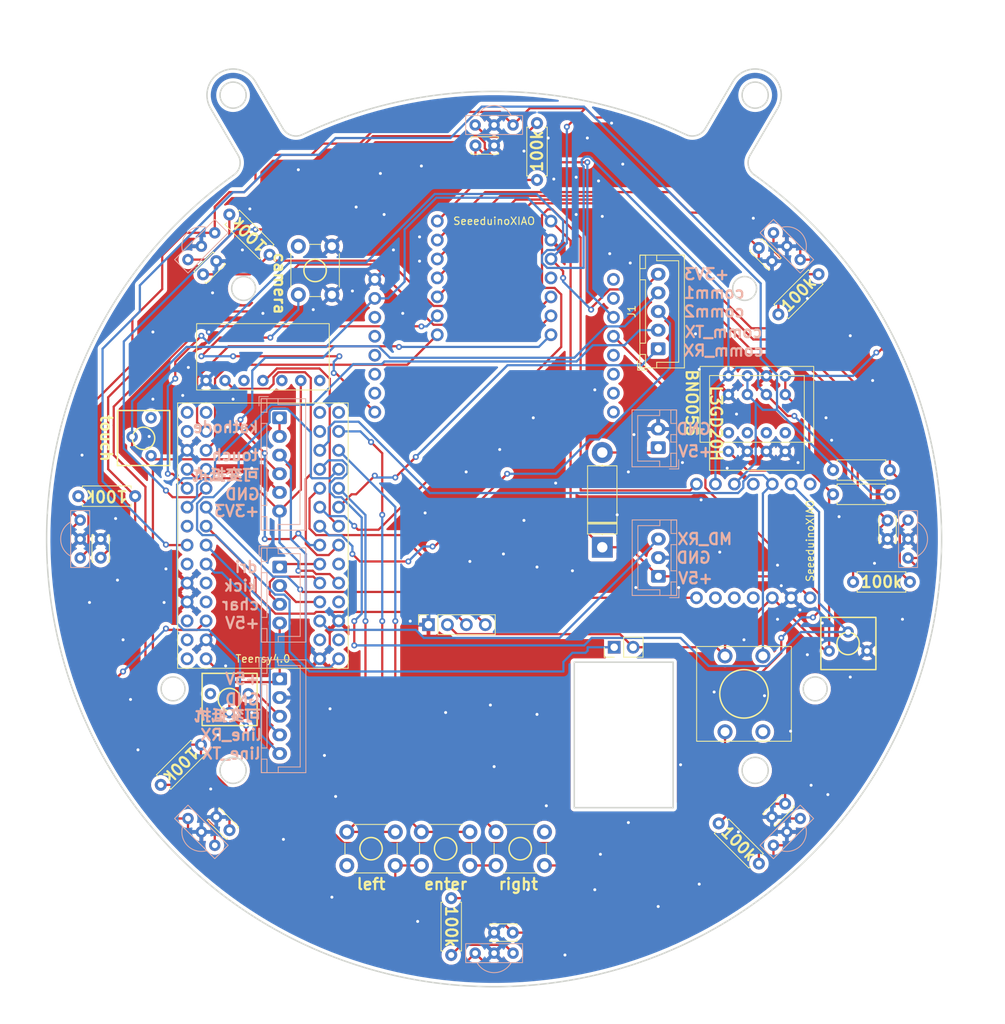
<source format=kicad_pcb>
(kicad_pcb (version 20211014) (generator pcbnew)
  (layers (0 "F.Cu" signal) (31 "B.Cu" signal) (34 "B.Paste" user) (35 "F.Paste" user) (36 "B.SilkS" user "B.Silkscreen") (37 "F.SilkS" user "F.Silkscreen") (38 "B.Mask" user) (39 "F.Mask" user) (44 "Edge.Cuts" user))
  (net 0 "")
  (net 1 "GND")
  (net 2 "+3V3")
  (net 3 "LCD_SCL")
  (net 4 "LCD_SDA")
  (net 5 "IR1")
  (net 6 "IR2")
  (net 7 "IR3")
  (net 8 "IR4")
  (net 9 "IR5")
  (net 10 "IR6")
  (net 11 "IR7")
  (net 12 "IR8")
  (net 13 "+5V")
  (net 14 "Net-(D1-Pad2)")
  (net 15 "comm_RX")
  (net 16 "comm_TX")
  (net 17 "comm2")
  (net 18 "comm1")
  (net 19 "dri")
  (net 20 "kick_kick")
  (net 21 "kick_charge")
  (net 22 "LED_kathode")
  (net 23 "touch")
  (net 24 "Net-(J4-Pad4)")
  (net 25 "MD_RX")
  (net 26 "Net-(J6-Pad3)")
  (net 27 "line_RX")
  (net 28 "line_TX")
  (net 29 "Net-(R3-Pad1)")
  (net 30 "Net-(R4-Pad1)")
  (net 31 "Net-(R5-Pad1)")
  (net 32 "Net-(R6-Pad1)")
  (net 33 "Gyro_SCL")
  (net 34 "Gyro_SDA")
  (net 35 "Net-(R11-Pad1)")
  (net 36 "Net-(R12-Pad1)")
  (net 37 "Net-(R13-Pad1)")
  (net 38 "Net-(R14-Pad1)")
  (net 39 "A1")
  (net 40 "Net-(SW1-Pad1)")
  (net 41 "right")
  (net 42 "enter")
  (net 43 "left")
  (net 44 "toggle")
  (net 45 "A2")
  (net 55 "OpenMV_TX")
  (net 56 "OpenMV_RX")
  (net 60 "Gyro_TX")
  (net 61 "Gyro_RX")
  (net 68 "IR_RX")
  (net 69 "IR_TX")
  (net 78 "TWELITE_TX")
  (net 79 "TWELITE_RX")
  (footprint "可変抵抗:可変抵抗" (layer "F.Cu") (at 104 86.29 90)
    (fp_text reference "R1" hide)
    (fp_text value "R_Trim")
  )
  (footprint "Capacitor_THT:C_Disc_D3.4mm_W2.1mm_P2.50mm" (layer "F.Cu") (at 187.25 137.25 45)
    (fp_text reference "C4" hide)
    (fp_text value "C")
  )
  (footprint "SW:SW" (layer "F.Cu") (at 183.5 110.59)
    (fp_text reference "SW6" hide)
    (fp_text value "SW_Push")
  )
  (footprint "Seeeduino_Xiao:seeeduinoXIAO" (layer "F.Cu") (at 184.75 100.25 90)
    (fp_text reference "U15" hide)
    (fp_text value "SeeeduinoXIAO")
  )
  (footprint "Resistor_THT:R_Axial_DIN0207_L6.3mm_D2.5mm_P7.62mm_Horizontal" (layer "F.Cu") (at 114.5 56.5 -45)
    (fp_text reference "R14" hide)
    (fp_text value "R")
  )
  (footprint "Capacitor_THT:C_Disc_D3.4mm_W2.1mm_P2.50mm" (layer "F.Cu") (at 112.75 62.75 -135)
    (fp_text reference "C8" hide)
    (fp_text value "C")
  )
  (footprint "可変抵抗:可変抵抗" (layer "F.Cu") (at 197.46 115)
    (fp_text reference "RV1" hide)
    (fp_text value "R_Potentiometer_Trim_US")
  )
  (footprint "Resistor_THT:R_Axial_DIN0207_L6.3mm_D2.5mm_P7.62mm_Horizontal" (layer "F.Cu") (at 193.5 64.5 -135)
    (fp_text reference "R4" hide)
    (fp_text value "R")
  )
  (footprint "Button_Switch_THT:SW_PUSH_6mm_H7.3mm" (layer "F.Cu") (at 130.25 139.25)
    (fp_text reference "SW4" hide)
    (fp_text value "SW_Push")
  )
  (footprint "Capacitor_THT:C_Disc_D3.4mm_W2.1mm_P2.50mm" (layer "F.Cu") (at 150 152.75)
    (fp_text reference "C5" hide)
    (fp_text value "C")
  )
  (footprint "Teensy_Breakout:Teensy_Brakeout" (layer "F.Cu") (at 119 100 180)
    (fp_text reference "U2" hide)
    (fp_text value "Teensy4.0")
  )
  (footprint "TWELITE UART:TWELITE UART" (layer "F.Cu") (at 119 75.75)
    (fp_text reference "U3" hide)
    (fp_text value "TWELITE_UART")
  )
  (footprint "Button_Switch_THT:SW_PUSH_6mm_H7.3mm" (layer "F.Cu") (at 140.25 139.25)
    (fp_text reference "SW3" hide)
    (fp_text value "SW_Push")
  )
  (footprint "可変抵抗:可変抵抗" (layer "F.Cu") (at 114.5 120.73 180)
    (fp_text reference "R2" hide)
    (fp_text value "R_Trim")
  )
  (footprint "Resistor_THT:R_Axial_DIN0207_L6.3mm_D2.5mm_P7.62mm_Horizontal" (layer "F.Cu") (at 105.305923 132.944077 45)
    (fp_text reference "R12" hide)
    (fp_text value "R")
  )
  (footprint "Resistor_THT:R_Axial_DIN0207_L6.3mm_D2.5mm_P7.62mm_Horizontal" (layer "F.Cu") (at 185.5 143.5 135)
    (fp_text reference "R6" hide)
    (fp_text value "R")
  )
  (footprint "Button_Switch_THT:SW_PUSH_6mm_H7.3mm" (layer "F.Cu") (at 150.25 139.25)
    (fp_text reference "SW2" hide)
    (fp_text value "SW_Push")
  )
  (footprint "BNO055:BNO055" (layer "F.Cu") (at 192.85 81.94 -90)
    (fp_text reference "U13" hide)
    (fp_text value "BNO055")
  )
  (footprint "Resistor_THT:R_Axial_DIN0207_L6.3mm_D2.5mm_P7.62mm_Horizontal" (layer "F.Cu") (at 203.06 90.75 180)
    (fp_text reference "R9" hide)
    (fp_text value "R")
  )
  (footprint "Resistor_THT:R_Axial_DIN0207_L6.3mm_D2.5mm_P7.62mm_Horizontal" (layer "F.Cu") (at 155.75 44.25 -90)
    (fp_text reference "R3" hide)
    (fp_text value "R")
  )
  (footprint "Capacitor_THT:C_Disc_D3.4mm_W2.1mm_P2.50mm" (layer "F.Cu") (at 97.25 100 -90)
    (fp_text reference "C7" hide)
    (fp_text value "C")
  )
  (footprint "Resistor_THT:R_Axial_DIN0207_L6.3mm_D2.5mm_P7.62mm_Horizontal" (layer "F.Cu") (at 94.25 94.25)
    (fp_text reference "R13" hide)
    (fp_text value "R")
  )
  (footprint "L3GD20H_Module:L3GD20H_Module_KiCad6.0" (layer "F.Cu") (at 183.96 84.44 -90)
    (fp_text reference "U12" hide)
    (fp_text value "L3GD20H_module")
  )
  (footprint "Connector_JST:JST_XH_B5B-XH-A_1x05_P2.50mm_Vertical" (layer "F.Cu") (at 172 74.5 90)
    (fp_text reference "J1")
    (fp_text value "Conn_01x05_Female")
  )
  (footprint "Capacitor_THT:C_Disc_D3.4mm_W2.1mm_P2.50mm" (layer "F.Cu") (at 150 47.25 180)
    (fp_text reference "C1" hide)
    (fp_text value "C")
  )
  (footprint "Resistor_THT:R_Axial_DIN0207_L6.3mm_D2.5mm_P7.62mm_Horizontal" (layer "F.Cu") (at 205.75 105.75 180)
    (fp_text reference "R5" hide)
    (fp_text value "R")
  )
  (footprint "Button_Switch_THT:SW_PUSH_6mm_H7.3mm" (layer "F.Cu") (at 123.75 67.25 90)
    (fp_text reference "SW1" hide)
    (fp_text value "SW_Push")
  )
  (footprint "Capacitor_THT:C_Disc_D3.4mm_W2.1mm_P2.50mm" (layer "F.Cu") (at 112.75 137.25 -45)
    (fp_text reference "C6" hide)
    (fp_text value "C")
  )
  (footprint "Seeeduino_Xiao:seeeduinoXIAO" (layer "F.Cu") (at 150 65 180)
    (fp_text reference "U14" hide)
    (fp_text value "SeeeduinoXIAO")
  )
  (footprint "Capacitor_THT:C_Disc_D3.4mm_W2.1mm_P2.50mm" (layer "F.Cu") (at 187.25 62.75 135)
    (fp_text reference "C2" hide)
    (fp_text value "C")
  )
  (footprint "Resistor_THT:R_Axial_DIN0207_L6.3mm_D2.5mm_P7.62mm_Horizontal" (layer "F.Cu") (at 203.06 94 180)
    (fp_text reference "R8" hide)
    (fp_text value "R")
  )
  (footprint "Connector_PinSocket_2.54mm:PinSocket_1x04_P2.54mm_Vertical" (layer "F.Cu") (at 141.2 111.475 90)
    (fp_text reference "Brd1" hide)
    (fp_text value "SSD1306")
  )
  (footprint "Resistor_THT:R_Axial_DIN0207_L6.3mm_D2.5mm_P7.62mm_Horizontal" (layer "F.Cu") (at 144.25 155.75 90)
    (fp_text reference "R11" hide)
    (fp_text value "R")
  )
  (footprint "Diode_THT:D_5W_P12.70mm_Horizontal" (layer "F.Cu") (at 164.5 101.1 90)
    (fp_text reference "D1" hide)
    (fp_text value "D")
  )
  (footprint "Capacitor_THT:C_Disc_D3.4mm_W2.1mm_P2.50mm" (layer "F.Cu") (at 202.75 100 90)
    (fp_text reference "C3" hide)
    (fp_text value "C")
  )
  (footprint "Connector_PinHeader_2.54mm:PinHeader_1x02_P2.54mm_Vertical" (layer "F.Cu") (at 166.1 114.5 90)
    (fp_text reference "SW5" hide)
    (fp_text value "SW_Push")
  )
  (footprint "TSSP58038:TSSP58038" (layer "B.Cu") (at 150 49.58)
    (fp_text reference "U4" hide)
    (fp_text value "TSSP58038")
  )
  (footprint "Connector_JST:JST_XH_B3B-XH-A_1x03_P2.50mm_Vertical" (layer "B.Cu") (at 172.025 105 90)
    (fp_text reference "J5" hide)
    (fp_text value "Conn_01x03_Female")
  )
  (footprint "OpenMV:OpenMV" (layer "B.Cu") (at 150 108)
    (fp_text reference "U1" hide)
    (fp_text value "open_mv")
  )
  (footprint "TSSP58038:TSSP58038" (layer "B.Cu") (at 114.342102 135.657898 135)
    (fp_text reference "U9" hide)
    (fp_text value "TSSP58038")
  )
  (footprint "TSSP58038:TSSP58038" (layer "B.Cu") (at 114.342102 64.342102 45)
    (fp_text reference "U11" hide)
    (fp_text value "TSSP58038")
  )
  (footprint "TSSP58038:TSSP58038" (layer "B.Cu") (at 200.42 100 -90)
    (fp_text reference "U6" hide)
    (fp_text value "TSSP58038")
  )
  (footprint "TSSP58038:TSSP58038" (layer "B.Cu") (at 150 150.42 180)
    (fp_text reference "U8" hide)
    (fp_text value "TSSP58038")
  )
  (footprint "Connector_JST:JST_XH_B4B-XH-A_1x04_P2.50mm_Vertical" (layer "B.Cu") (at 121.25 103.75 -90)
    (fp_text reference "J2" hide)
    (fp_text value "Conn_01x04_Female")
  )
  (footprint "TSSP58038:TSSP58038" (layer "B.Cu") (at 99.58 100 90)
    (fp_text reference "U10" hide)
    (fp_text value "TSSP58038")
  )
  (footprint "TSSP58038:TSSP58038" (layer "B.Cu") (at 185.657898 135.657898 -135)
    (fp_text reference "U7" hide)
    (fp_text value "TSSP58038")
  )
  (footprint "Connector_JST:JST_XH_B6B-XH-A_1x06_P2.50mm_Vertical" (layer "B.Cu") (at 121.225 83.75 -90)
    (fp_text reference "J4" hide)
    (fp_text value "Conn_01x06_Female")
  )
  (footprint "TSSP58038:TSSP58038" (layer "B.Cu") (at 185.657898 64.342102 -45)
    (fp_text reference "U5" hide)
    (fp_text value "TSSP58038")
  )
  (footprint "Connector_JST:JST_XH_B5B-XH-A_1x05_P2.50mm_Vertical" (layer "B.Cu") (at 121.25 118.75 -90)
    (fp_text reference "J6" hide)
    (fp_text value "Conn_01x05_Female")
  )
  (footprint "Connector_JST:JST_XH_B2B-XH-A_1x02_P2.50mm_Vertical" (layer "B.Cu") (at 172 87.75 90)
    (fp_text reference "J3" hide)
    (fp_text value "Conn_01x02_Female")
  )
  (gr_circle (center 103 86.5) (end 103 85) (layer "F.SilkS") (width 0.2) (fill none))
  (gr_circle (center 114.5 121.5) (end 116 121.5) (layer "F.SilkS") (width 0.2) (fill none))
  (gr_rect (start 106.5 90.1475) (end 99.5 82.7725) (layer "F.SilkS") (width 0.2) (fill none))
  (gr_rect (start 193.8125 117.5) (end 201.1875 110.5) (layer "F.SilkS") (width 0.2) (fill none))
  (gr_circle (center 197.46 114) (end 198.96 114) (layer "F.SilkS") (width 0.2) (fill none))
  (gr_circle (center 153.5 141.5) (end 155 141.5) (layer "F.SilkS") (width 0.2) (fill none))
  (gr_circle (center 133.5 141.5) (end 135 141.5) (layer "F.SilkS") (width 0.2) (fill none))
  (gr_circle (center 143.5 141.5) (end 145 141.5) (layer "F.SilkS") (width 0.2) (fill none))
  (gr_circle (center 126 64) (end 127.5 64) (layer "F.SilkS") (width 0.2) (fill none))
  (gr_circle (center 183.5 120.75) (end 186.75 120.75) (layer "F.SilkS") (width 0.2) (fill none))
  (gr_rect (start 110.8525 125) (end 118.2275 118) (layer "F.SilkS") (width 0.2) (fill none))
  (gr_line (start 160.75 136.000002) (end 160.75 116.500002) (layer "Edge.Cuts") (width 0.2))
  (gr_circle (center 114.999999 40.5) (end 116.749999 40.5) (layer "Edge.Cuts") (width 0.2) (fill none))
  (gr_arc (start 184.888987 51.186493) (mid 184.095586 49.974851) (end 184.328085 48.545336) (layer "Edge.Cuts") (width 0.2))
  (gr_arc (start 181.983231 38.72543) (mid 186.77457 37.483232) (end 188.01677 42.274571) (layer "Edge.Cuts") (width 0.2))
  (gr_arc (start 184.888987 51.186493) (mid 150 160.000001) (end 115.111013 51.186493) (layer "Edge.Cuts") (width 0.2))
  (gr_line (start 174 116.500002) (end 174 136.000002) (layer "Edge.Cuts") (width 0.2))
  (gr_line (start 184.328085 48.545336) (end 188.01677 42.274571) (layer "Edge.Cuts") (width 0.2))
  (gr_circle (center 185 131.000001) (end 186.75 131.000001) (layer "Edge.Cuts") (width 0.2) (fill none))
  (gr_line (start 121.705455 44.996195) (end 118.016769 38.72543) (layer "Edge.Cuts") (width 0.2))
  (gr_arc (start 124.286442 45.789182) (mid 122.841939 45.893954) (end 121.705455 44.996195) (layer "Edge.Cuts") (width 0.2))
  (gr_circle (center 116.412428 66.412429) (end 118.012428 66.412429) (layer "Edge.Cuts") (width 0.2) (fill none))
  (gr_circle (center 183.587572 66.412429) (end 185.187572 66.412429) (layer "Edge.Cuts") (width 0.2) (fill none))
  (gr_circle (center 185.000001 40.5) (end 186.750001 40.5) (layer "Edge.Cuts") (width 0.2) (fill none))
  (gr_line (start 160.75 116.500002) (end 174 116.500002) (layer "Edge.Cuts") (width 0.2))
  (gr_line (start 111.98323 42.274571) (end 115.671915 48.545336) (layer "Edge.Cuts") (width 0.2))
  (gr_arc (start 115.671915 48.545336) (mid 115.904416 49.97485) (end 115.111013 51.186493) (layer "Edge.Cuts") (width 0.2))
  (gr_arc (start 124.286442 45.789182) (mid 150 40.000001) (end 175.713558 45.789182) (layer "Edge.Cuts") (width 0.2))
  (gr_circle (center 106.952049 120.077707) (end 108.552049 120.077707) (layer "Edge.Cuts") (width 0.2) (fill none))
  (gr_circle (center 193.047951 120.077707) (end 194.647951 120.077707) (layer "Edge.Cuts") (width 0.2) (fill none))
  (gr_arc (start 178.294545 44.996195) (mid 177.158066 45.893961) (end 175.713558 45.789182) (layer "Edge.Cuts") (width 0.2))
  (gr_line (start 181.983231 38.72543) (end 178.294545 44.996195) (layer "Edge.Cuts") (width 0.2))
  (gr_arc (start 111.98323 42.274571) (mid 113.225429 37.483231) (end 118.016769 38.72543) (layer "Edge.Cuts") (width 0.2))
  (gr_circle (center 114.999999 131.000001) (end 116.749999 131.000001) (layer "Edge.Cuts") (width 0.2) (fill none))
  (gr_line (start 174 136.000002) (end 160.75 136.000002) (layer "Edge.Cuts") (width 0.2))
  (gr_text "+5V" (at 177 105.25) (layer "B.SilkS") (effects (font (size 1.5 1.5) (thickness 0.3)) (justify mirror)))
  (gr_text "comm_TX" (at 180.75 72.25) (layer "B.SilkS") (effects (font (size 1.5 1.5) (thickness 0.3)) (justify mirror)))
  (gr_text "kick" (at 116 106.25) (layer "B.SilkS") (effects (font (size 1.5 1.5) (thickness 0.3)) (justify mirror)))
  (gr_text "line_RX" (at 114.75 126.25) (layer "B.SilkS") (effects (font (size 1.5 1.5) (thickness 0.3)) (justify mirror)))
  (gr_text "GND" (at 116.25 121.5) (layer "B.SilkS") (effects (font (size 1.5 1.5) (thickness 0.3)) (justify mirror)))
  (gr_text "comm_RX" (at 180.75 74.75) (layer "B.SilkS") (effects (font (size 1.5 1.5) (thickness 0.3)) (justify mirror)))
  (gr_text "+3V3" (at 178.5 64.5) (layer "B.SilkS") (effects (font (size 1.5 1.5) (thickness 0.3)) (justify mirror)))
  (gr_text "GND" (at 116.25 94) (layer "B.SilkS") (effects (font (size 1.5 1.5) (thickness 0.3)) (justify mirror)))
  (gr_text "+5V" (at 116.25 111.25) (layer "B.SilkS") (effects (font (size 1.5 1.5) (thickness 0.3)) (justify mirror)))
  (gr_text "dri" (at 116.75 103.75) (layer "B.SilkS") (effects (font (size 1.5 1.5) (thickness 0.3)) (justify mirror)))
  (gr_text "+5V" (at 116.25 118.75) (layer "B.SilkS") (effects (font (size 1.5 1.5) (thickness 0.3)) (justify mirror)))
  (gr_text "GND" (at 176.75 85.25) (layer "B.SilkS") (effects (font (size 1.5 1.5) (thickness 0.3)) (justify mirror)))
  (gr_text "MD_RX" (at 178.25 100) (layer "B.SilkS") (effects (font (size 1.5 1.5) (thickness 0.3)) (justify mirror)))
  (gr_text "char" (at 116 108.75) (layer "B.SilkS") (effects (font (size 1.5 1.5) (thickness 0.3)) (justify mirror)))
  (gr_text "comm2" (at 179.5 69.5) (layer "B.SilkS") (effects (font (size 1.5 1.5) (thickness 0.3)) (justify mirror)))
  (gr_text "+3V3" (at 115.5 96.25) (layer "B.SilkS") (effects (font (size 1.5 1.5) (thickness 0.3)) (justify mirror)))
  (gr_text "GND" (at 176.75 102.5) (layer "B.SilkS") (effects (font (size 1.5 1.5) (thickness 0.3)) (justify mirror)))
  (gr_text "touch" (at 115.25 88.75) (layer "B.SilkS") (effects (font (size 1.5 1.5) (thickness 0.3)) (justify mirror)))
  (gr_text "line_TX" (at 114.75 128.75) (layer "B.SilkS") (effects (font (size 1.5 1.5) (thickness 0.3)) (justify mirror)))
  (gr_text "可変抵抗" (at 114 91.5) (layer "B.SilkS") (effects (font (size 1.5 1.5) (thickness 0.3)) (justify mirror)))
  (gr_text "可変抵抗" (at 114.25 123.75) (layer "B.SilkS") (effects (font (size 1.5 1.5) (thickness 0.3)) (justify mirror)))
  (gr_text "+5V" (at 177 88.25) (layer "B.SilkS") (effects (font (size 1.5 1.5) (thickness 0.3)) (justify mirror)))
  (gr_text "kathode" (at 114 85) (layer "B.SilkS") (effects (font (size 1.5 1.5) (thickness 0.3)) (justify mirror)))
  (gr_text "comm1" (at 179.5 67) (layer "B.SilkS") (effects (font (size 1.5 1.5) (thickness 0.3)) (justify mirror)))
  (gr_text "100k" (at 155.75 48 90) (layer "F.SilkS") (effects (font (size 1.5 1.5) (thickness 0.3))))
  (gr_text "enter" (at 143.5 146.25) (layer "F.SilkS") (effects (font (size 1.5 1.5) (thickness 0.3))))
  (gr_text "100k" (at 190.805923 67.194077 45) (layer "F.SilkS") (effects (font (size 1.5 1.5) (thickness 0.3))))
  (gr_text "camera" (at 121.25 65.75 270) (layer "F.SilkS") (effects (font (size 1.5 1.5) (thickness 0.3))))
  (gr_text "left" (at 133.5 146.25) (layer "F.SilkS") (effects (font (size 1.5 1.5) (thickness 0.3))))
  (gr_text "BNO055" (at 176.5 81.75 270) (layer "F.SilkS") (effects (font (size 1.5 1.5) (thickness 0.3))))
  (gr_text "100k" (at 182.805923 140.805923 315) (layer "F.SilkS") (effects (font (size 1.5 1.5) (thickness 0.3))))
  (gr_text "100k" (at 144.25 151.94 270) (layer "F.SilkS") (effects (font (size 1.5 1.5) (thickness 0.3))))
  (gr_text "100k" (at 98.06 94.25 180) (layer "F.SilkS") (effects (font (size 1.5 1.5) (thickness 0.3))))
  (gr_text "100k" (at 117.194077 59.194077 135) (layer "F.SilkS") (effects (font (size 1.5 1.5) (thickness 0.3))))
  (gr_text "100k" (at 108 130.25 225) (layer "F.SilkS") (effects (font (size 1.5 1.5) (thickness 0.3))))
  (gr_text "touch" (at 98 86.5 270) (layer "F.SilkS") (effects (font (size 1.5 1.5) (thickness 0.3))))
  (gr_text "100k" (at 201.94 105.75) (layer "F.SilkS") (effects (font (size 1.5 1.5) (thickness 0.3))))
  (gr_text "L3GD20H" (at 179.75 84.5 270) (layer "F.SilkS") (effects (font (size 1.5 1.5) (thickness 0.3))))
  (gr_text "right" (at 153.25 146.25) (layer "F.SilkS") (effects (font (size 1.5 1.5) (thickness 0.3))))
  (segment (start 129.16 110.97) (end 127.96 112.17) (width 0.3) (layer "F.Cu") (net 1))
  (segment (start 127.96 112.17) (end 127.96 114.71) (width 0.3) (layer "F.Cu") (net 1))
  (segment (start 117.5 88.25) (end 114.25 85) (width 0.3) (layer "F.Cu") (net 1))
  (segment (start 121.225 93.75) (end 117.975 90.5) (width 0.3) (layer "F.Cu") (net 1))
  (segment (start 127.96 114.71) (end 126.62 116.05) (width 0.3) (layer "F.Cu") (net 1))
  (segment (start 117.975 90.5) (end 117.5 90.5) (width 0.3) (layer "F.Cu") (net 1))
  (via (at 186.25 121) (size 0.8) (drill 0.4) (layers "F.Cu" "B.Cu") (net 1))
  (via (at 177.5 77.25) (size 0.8) (drill 0.4) (layers "F.Cu" "B.Cu") (net 1))
  (via (at 117.5 90.5) (size 0.8) (drill 0.4) (layers "F.Cu" "B.Cu") (net 1))
  (via (at 175 130.25) (size 0.8) (drill 0.4) (layers "F.Cu" "B.Cu") (net 1))
  (via (at 121.75 140.25) (size 0.8) (drill 0.4) (layers "F.Cu" "B.Cu") (net 1))
  (via (at 140.25 50) (size 0.8) (drill 0.4) (layers "F.Cu" "B.Cu") (net 1))
  (via (at 114 117) (size 0.8) (drill 0.4) (layers "F.Cu" "B.Cu") (net 1))
  (via (at 146.25 91) (size 0.8) (drill 0.4) (layers "F.Cu" "B.Cu") (net 1))
  (via (at 125.75 69.25) (size 0.8) (drill 0.4) (layers "F.Cu" "B.Cu") (net 1))
  (via (at 117.25 55.75) (size 0.8) (drill 0.4) (layers "F.Cu" "B.Cu") (net 1))
  (via (at 182.75 139.25) (size 0.8) (drill 0.4) (layers "F.Cu" "B.Cu") (net 1))
  (via (at 102.25 128.25) (size 0.8) (drill 0.4) (layers "F.Cu" "B.Cu") (net 1))
  (via (at 188.5 106.25) (size 0.8) (drill 0.4) (layers "F.Cu" "B.Cu") (net 1))
  (via (at 113 126.25) (size 0.8) (drill 0.4) (layers "F.Cu" "B.Cu") (net 1))
  (via (at 159.5 155.75) (size 0.8) (drill 0.4) (layers "F.Cu" "B.Cu") (net 1))
  (via (at 157.25 46.25) (size 0.8) (drill 0.4) (layers "F.Cu" "B.Cu") (net 1))
  (via (at 164 52) (size 0.8) (drill 0.4) (layers "F.Cu" "B.Cu") (net 1))
  (via (at 188 110.75) (size 0.8) (drill 0.4) (layers "F.Cu" "B.Cu") (net 1))
  (via (at 114.25 85) (size 0.8) (drill 0.4) (layers "F.Cu" "B.Cu") (net 1))
  (via (at 192 115.5) (size 0.8) (drill 0.4) (layers "F.Cu" "B.Cu") (net 1))
  (via (at 94.75 88.75) (size 0.8) (drill 0.4) (layers "F.Cu" "B.Cu") (net 1))
  (via (at 108.25 80.75) (size 0.8) (drill 0.4) (layers "F.Cu" "B.Cu") (net 1))
  (via (at 154 97.5) (size 0.8) (drill 0.4) (layers "F.Cu" "B.Cu") (net 1))
  (via (at 140.75 96.5) (size 0.8) (drill 0.4) (layers "F.Cu" "B.Cu") (net 1))
  (via (at 194 113.5) (size 0.8) (drill 0.4) (layers "F.Cu" "B.Cu") (net 1))
  (via (at 191 109.5) (size 0.8) (drill 0.4) (layers "F.Cu" "B.Cu") (net 1))
  (via (at 175.25 89.75) (size 0.8) (drill 0.4) (layers "F.Cu" "B.Cu") (net 1))
  (via (at 160.5 104.25) (size 0.8) (drill 0.4) (layers "F.Cu" "B.Cu") (net 1))
  (via (at 204.75 110.75) (size 0.8) (drill 0.4) (layers "F.Cu" "B.Cu") (net 1))
  (via (at 195.25 86.75) (size 0.8) (drill 0.4) (layers "F.Cu" "B.Cu") (net 1))
  (via (at 103.75 86.25) (size 0.8) (drill 0.4) (layers "F.Cu" "B.Cu") (net 1))
  (via (at 136.5 61.25) (size 0.8) (drill 0.4) (layers "F.Cu" "B.Cu") (net 1))
  (via (at 140 62.75) (size 0.8) (drill 0.4) (layers "F.Cu" "B.Cu") (net 1))
  (via (at 151.25 102) (size 0.8) (drill 0.4) (layers "F.Cu" "B.Cu") (net 1))
  (via (at 192 67.75) (size 0.8) (drill 0.4) (layers "F.Cu" "B.Cu") (net 1))
  (via (at 112 133.5) (size 0.8) (drill 0.4) (layers "F.Cu" "B.Cu") (net 1))
  (via (at 112.25 67) (size 0.8) (drill 0.4) (layers "F.Cu" "B.Cu") (net 1))
  (via (at 157 135.75) (size 0.8) (drill 0.4) (layers "F.Cu" "B.Cu") (net 1))
  (via (at 197.75 72.75) (size 0.8) (drill 0.4) (layers "F.Cu" "B.Cu") (net 1))
  (via (at 181.25 90.5) (size 0.8) (drill 0.4) (layers "F.Cu" "B.Cu") (net 1))
  (via (at 134.75 51) (size 0.8) (drill 0.4) (layers "F.Cu" "B.Cu") (net 1))
  (via (at 117.5 123.25) (size 0.8) (drill 0.4) (layers "F.Cu" "B.Cu") (net 1))
  (via (at 177.5 146.25) (size 0.8) (drill 0.4) (layers "F.Cu" "B.Cu") (net 1))
  (via (at 174.75 106.5) (size 0.8) (drill 0.4) (layers "F.Cu" "B.Cu") (net 1))
  (via (at 190.75 89.75) (size 0.8) (drill 0.4) (layers "F.Cu" "B.Cu") (net 1))
  (via (at 149.5 122.25) (size 0.8) (drill 0.4) (layers "F.Cu" "B.Cu") (net 1))
  (via (at 115 81.25) (size 0.8) (drill 0.4) (layers "F.Cu" "B.Cu") (net 1))
  (via (at 168 91) (size 0.8) (drill 0.4) (layers "F.Cu" "B.Cu") (net 1))
  (via (at 140 59.5) (size 0.8) (drill 0.4) (layers "F.Cu" "B.Cu") (net 1))
  (via (at 161 56.5) (size 0.8) (drill 0.4) (layers "F.Cu" "B.Cu") (net 1))
  (via (at 128.75 134.5) (size 0.8) (drill 0.4) (layers "F.Cu" "B.Cu") (net 1))
  (via (at 105.75 108.5) (size 0.8) (drill 0.4) (layers "F.Cu" "B.Cu") (net 1))
  (via (at 162.5 46.25) (size 0.8) (drill 0.4) (layers "F.Cu" "B.Cu") (net 1))
  (via (at 182.5 83.25) (size 0.8) (drill 0.4) (layers "F.Cu" "B.Cu") (net 1))
  (via (at 131 66.75) (size 0.8) (drill 0.4) (layers "F.Cu" "B.Cu") (net 1))
  (via (at 150 130.5) (size 0.8) (drill 0.4) (layers "F.Cu" "B.Cu") (net 1))
  (via (at 116.25 61.25) (size 0.8) (drill 0.4) (layers "F.Cu" "B.Cu") (net 1))
  (via (at 165.5 61.75) (size 0.8) (drill 0.4) (layers "F.Cu" "B.Cu") (net 1))
  (via (at 146.75 103) (size 0.8) (drill 0.4) (layers "F.Cu" "B.Cu") (net 1))
  (via (at 172 149.25) (size 0.8) (drill 0.4) (layers "F.Cu" "B.Cu") (net 1))
  (via (at 161 51.5) (size 0.8) (drill 0.4) (layers "F.Cu" "B.Cu") (net 1))
  (via (at 197.75 118.5) (size 0.8) (drill 0.4) (layers "F.Cu" "B.Cu") (net 1))
  (via (at 164.5 56.75) (size 0.8) (drill 0.4) (layers "F.Cu" "B.Cu") (net 1))
  (via (at 119 69.75) (size 0.8) (drill 0.4) (layers "F.Cu" "B.Cu") (net 1))
  (via (at 128.25 148) (size 0.8) (drill 0.4) (layers "F.Cu" "B.Cu") (net 1))
  (via (at 104.25 72.25) (size 0.8) (drill 0.4) (layers "F.Cu" "B.Cu") (net 1))
  (via (at 165.75 44.25) (size 0.8) (drill 0.4) (layers "F.Cu" "B.Cu") (net 1))
  (via (at 194.5 83.75) (size 0.8) (drill 0.4) (layers "F.Cu" "B.Cu") (net 1))
  (via (at 167.25 49.75) (size 0.8) (drill 0.4) (layers "F.Cu" "B.Cu") (net 1))
  (via (at 99.25 97.25) (size 0.8) (drill 0.4) (layers "F.Cu" "B.Cu") (net 1))
  (via (at 188 103.5) (size 0.8) (drill 0.4) (layers "F.Cu" "B.Cu") (net 1))
  (via (at 184.75 57) (size 0.8) (drill 0.4) (layers "F.Cu" "B.Cu") (net 1))
  (via (at 180.25 101.75) (size 0.8) (drill 0.4) (layers "F.Cu" "B.Cu") (net 1))
  (via (at 194 111.25) (size 0.8) (drill 0.4) (layers "F.Cu" "B.Cu") (net 1))
  (via (at 169 106.5) (size 0.8) (drill 0.4) (layers "F.Cu" "B.Cu") (net 1))
  (via (at 106 104) (size 0.8) (drill 0.4) (layers "F.Cu" "B.Cu") (net 1))
  (via (at 177 72.5) (size 0.8) (drill 0.4) (layers "F.Cu" "B.Cu") (net 1))
  (via (at 131.5 55.5) (size 0.8) (drill 0.4) (layers "F.Cu" "B.Cu") (net 1))
  (via (at 163.5 147) (size 0.8) (drill 0.4) (layers "F.Cu" "B.Cu") (net 1))
  (via (at 183.5 113.5) (size 0.8) (drill 0.4) (layers "F.Cu" "B.Cu") (net 1))
  (via (at 143.5 123.25) (size 0.8) (drill 0.4) (layers "F.Cu" "B.Cu") (net 1))
  (via (at 127.25 129) (size 0.8) (drill 0.4) (layers "F.Cu" "B.Cu") (net 1))
  (via (at 117.5 88.25) (size 0.8) (drill 0.4) (layers "F.Cu" "B.Cu") (net 1))
  (via (at 100.25 113.5) (size 0.8) (drill 0.4) (layers "F.Cu" "B.Cu") (net 1))
  (via (at 99.5 105.5) (size 0.8) (drill 0.4) (layers "F.Cu" "B.Cu") (net 1))
  (via (at 168 138) (size 0.8) (drill 0.4) (layers "F.Cu" "B.Cu") (net 1))
  (via (at 111.75 72.25) (size 0.8) (drill 0.4) (layers "F.Cu" "B.Cu") (net 1))
  (via (at 155.25 83.75) (size 0.8) (drill 0.4) (layers "F.Cu" "B.Cu") (net 1))
  (via (at 154 48) (size 0.8) (drill 0.4) (layers "F.Cu" "B.Cu") (net 1))
  (via (at 158 51.75) (size 0.8) (drill 0.4) (layers "F.Cu" "B.Cu") (net 1))
  (via (at 154.5 147) (size 0.8) (drill 0.4) (layers "F.Cu" "B.Cu") (net 1))
  (via (at 137.75 69.75) (size 0.8) (drill 0.4) (layers "F.Cu" "B.Cu") (net 1))
  (via (at 101.25 121.5) (size 0.8) (drill 0.4) (layers "F.Cu" "B.Cu") (net 1))
  (via (at 95.75 108.5) (size 0.8) (drill 0.4) (layers "F.Cu" "B.Cu") (net 1))
  (via (at 201 103.25) (size 0.8) (drill 0.4) (layers "F.Cu" "B.Cu") (net 1))
  (via (at 139.75 151.25) (size 0.8) (drill 0.4) (layers "F.Cu" "B.Cu") (net 1))
  (via (at 123.75 50.5) (size 0.8) (drill 0.4) (layers "F.Cu" "B.Cu") (net 1))
  (via (at 135.25 56.5) (size 0.8) (drill 0.4) (layers "F.Cu" "B.Cu") (net 1))
  (via (at 163.5 80) (size 0.8) (drill 0.4) (layers "F.Cu" "B.Cu") (net 1))
  (via (at 179.5 120.5) (size 0.8) (drill 0.4) (layers "F.Cu" "B.Cu") (net 1))
  (via (at 150.75 88) (size 0.8) (drill 0.4) (layers "F.Cu" "B.Cu") (net 1))
  (via (at 155.75 123.5) (size 0.8) (drill 0.4) (layers "F.Cu" "B.Cu") (net 1))
  (via (at 189.75 125.75) (size 0.8) (drill 0.4) (layers "F.Cu" "B.Cu") (net 1))
  (via (at 138.75 111) (size 0.8) (drill 0.4) (layers "F.Cu" "B.Cu") (net 1))
  (via (at 168.25 63) (size 0.8) (drill 0.4) (layers "F.Cu" "B.Cu") (net 1))
  (via (at 192.5 133) (size 0.8) (drill 0.4) (layers "F.Cu" "B.Cu") (net 1))
  (via (at 158.25 92.5) (size 0.8) (drill 0.4) (layers "F.Cu" "B.Cu") (net 1))
  (via (at 164.25 142.25) (size 0.8) (drill 0.4) (layers "F.Cu" "B.Cu") (net 1))
  (via (at 104.25 81.25) (size 0.8) (drill 0.4) (layers "F.Cu" "B.Cu") (net 1))
  (via (at 128 122.75) (size 0.8) (drill 0.4) (layers "F.Cu" "B.Cu") (net 1))
  (via (at 166.5 96.75) (size 0.8) (drill 0.4) (layers "F.Cu" "B.Cu") (net 1))
  (via (at 177.75 94.75) (size 0.8) (drill 0.4) (layers "F.Cu" "B.Cu") (net 1))
  (via (at 194.75 134.25) (size 0.8) (drill 0.4) (layers "F.Cu" "B.Cu") (net 1))
  (via (at 109 77) (size 0.8) (drill 0.4) (layers "F.Cu" "B.Cu") (net 1))
  (via (at 200.75 78.75) (size 0.8) (drill 0.4) (layers "F.Cu" "B.Cu") (net 1))
  (via (at 168.75 86) (size 0.8) (drill 0.4) (layers "F.Cu" "B.Cu") (net 1))
  (via (at 155.75 103.75) (size 0.8) (drill 0.4) (layers "F.Cu" "B.Cu") (net 1))
  (via (at 196.25 97) (size 0.8) (drill 0.4) (layers "F.Cu" "B.Cu") (net 1))
  (segment (start 117.5 90.5) (end 117.5 88.25) (width 0.3) (layer "B.Cu") (net 1))
  (segment (start 105.453949 137.453949) (end 103 135) (width 0.3) (layer "F.Cu") (net 2))
  (segment (start 204.5 121) (end 197.75 127.75) (width 0.3) (layer "F.Cu") (net 2))
  (segment (start 167.5 153) (end 164 156.5) (width 0.3) (layer "F.Cu") (net 2))
  (segment (start 136.25 42.75) (end 132 47) (width 0.3) (layer "F.Cu") (net 2))
  (segment (start 162.25 42.25) (end 163.5 43.5) (width 0.3) (layer "F.Cu") (net 2))
  (segment (start 192.25 90.81) (end 183.98 90.81) (width 0.3) (layer "F.Cu") (net 2))
  (segment (start 159.25 65) (end 159.25 64.09) (width 0.3) (layer "F.Cu") (net 2))
  (segment (start 152.54 44.5) (end 154.79 42.25) (width 0.3) (layer "F.Cu") (net 2))
  (segment (start 105.5 66.5) (end 101.5 70.5) (width 0.3) (layer "F.Cu") (net 2))
  (segment (start 172 64.5) (end 169.959 66.541) (width 0.3) (layer "F.Cu") (net 2))
  (segment (start 180.96 115.67) (end 180.96 114.2) (width 0.3) (layer "F.Cu") (net 2))
  (segment (start 156.75 143.75) (end 168.5 143.75) (width 0.3) (layer "F.Cu") (net 2))
  (segment (start 180.96 114.2) (end 187.29 107.87) (width 0.3) (layer "F.Cu") (net 2))
  (segment (start 168.64 114.5) (end 179.79 114.5) (width 0.3) (layer "F.Cu") (net 2))
  (segment (start 109.5 142) (end 109.5 141) (width 0.3) (layer "F.Cu") (net 2))
  (segment (start 168.5 143.75) (end 180.96 131.29) (width 0.3) (layer "F.Cu") (net 2))
  (segment (start 194.92 115) (end 194.92 94.52) (width 0.3) (layer "F.Cu") (net 2))
  (segment (start 150.79 42.75) (end 136.25 42.75) (width 0.3) (layer "F.Cu") (net 2))
  (segment (start 112.546051 55.453949) (end 112.546051 58.953948) (width 0.3) (layer "F.Cu") (net 2))
  (segment (start 136.75 149.75) (end 134 152.5) (width 0.3) (layer "F.Cu") (net 2))
  (segment (start 92.5 95.46) (end 94.5 97.46) (width 0.3) (layer "F.Cu") (net 2))
  (segment (start 100.25 117.75) (end 98.75 119.25) (width 0.3) (layer "F.Cu") (net 2))
  (segment (start 101.5 70.5) (end 101.5 76.5) (width 0.3) (layer "F.Cu") (net 2))
  (segment (start 197.5 66) (end 197.5 68.5) (width 0.3) (layer "F.Cu") (net 2))
  (segment (start 111.38 110.97) (end 110.18 112.17) (width 0.3) (layer "F.Cu") (net 2))
  (segment (start 136.75 143.75) (end 136.75 149.75) (width 0.3) (layer "F.Cu") (net 2))
  (segment (start 159.75 44.75) (end 162.25 42.25) (width 0.3) (layer "F.Cu") (net 2))
  (segment (start 163.5 43.5) (end 166.060661 43.5) (width 0.3) (layer "F.Cu") (net 2))
  (segment (start 92.5 88.5) (end 92.5 95.46) (width 0.3) (layer "F.Cu") (net 2))
  (segment (start 159.5 158) (end 149.96 158) (width 0.3) (layer "F.Cu") (net 2))
  (segment (start 194.046051 62.546051) (end 197.5 66) (width 0.3) (layer "F.Cu") (net 2))
  (segment (start 99.5 128.5) (end 99.5 120) (width 0.3) (layer "F.Cu") (net 2))
  (segment (start 118 50.5) (end 118 52) (width 0.3) (layer "F.Cu") (net 2))
  (segment (start 108.546052 58.953948) (end 105.5 62) (width 0.3) (layer "F.Cu") (net 2))
  (segment (start 124.08 78.75) (end 124.08 93.395) (width 0.3) (layer "F.Cu") (net 2))
  (segment (start 94.5 97.46) (end 92 99.96) (width 0.3) (layer "F.Cu") (net 2))
  (segment (start 194.42 115) (end 194.92 115) (width 0.3) (layer "F.Cu") (net 2))
  (segment (start 207.5 111.5) (end 204.5 114.5) (width 0.3) (layer "F.Cu") (net 2))
  (segment (start 201.5 75) (end 202 74.5) (width 0.3) (layer "F.Cu") (net 2))
  (segment (start 116.5 144) (end 111.5 144) (width 0.3) (layer "F.Cu") (net 2))
  (segment (start 101.5 76.5) (end 95 83) (width 0.3) (layer "F.Cu") (net 2))
  (segment (start 186.75 54) (end 191.046052 58.296052) (width 0.3) (layer "F.Cu") (net 2))
  (segment (start 99.5 120) (end 98.75 119.25) (width 0.3) (layer "F.Cu") (net 2))
  (segment (start 114.5 53.5) (end 112.546051 55.453949) (width 0.3) (layer "F.Cu") (net 2))
  (segment (start 112.546051 58.953948) (end 108.546052 58.953948) (width 0.3) (layer "F.Cu") (net 2))
  (segment (start 203.06 90.75) (end 208.5 96.19) (width 0.3) (layer "F.Cu") (net 2))
  (segment (start 191.453948 141.046052) (end 187.453949 141.046052) (width 0.3) (layer "F.Cu") (net 2))
  (segment (start 201.25 75) (end 201.5 75) (width 0.3) (layer "F.Cu") (net 2))
  (segment (start 121.225 96.25) (end 116.825 91.85) (width 0.3) (layer "F.Cu") (net 2))
  (segment (start 143.74 111.475) (end 145.015 112.75) (width 0.3) (layer "F.Cu") (net 2))
  (segment (start 197.75 128.25) (end 197.75 134.75) (width 0.3) (layer "F.Cu") (net 2))
  (segment (start 202 74.5) (end 203.06 75.56) (width 0.3) (layer "F.Cu") (net 2))
  (segment (start 132 47) (end 127 47) (width 0.3) (layer "F.Cu") (net 2))
  (segment (start 195.44 94) (end 192.25 90.81) (width 0.3) (layer "F.Cu") (net 2))
  (segment (start 194.92 94.52) (end 195.44 94) (width 0.3) (layer "F.Cu") (net 2))
  (segment (start 174 153) (end 167.5 153) (width 0.3) (layer "F.Cu") (net 2))
  (segment (start 169.959 66.541) (end 165.502943 66.541) (width 0.3) (layer "F.Cu") (net 2))
  (segment (start 116.825 91.85) (end 110.04 91.85) (width 0.3) (layer "F.Cu") (net 2))
  (segment (start 152.54 44.5) (end 150.79 42.75) (width 0.3) (layer "F.Cu") (net 2))
  (segment (start 144.96 158) (end 139.5 158) (width 0.3) (layer "F.Cu") (net 2))
  (segment (start 183 148) (end 179 148) (width 0.3) (layer "F.Cu") (net 2))
  (segment (start 154.79 42.25) (end 162.25 42.25) (width 0.3) (layer "F.Cu") (net 2))
  (segment (start 176.5 54) (end 186.75 54) (width 0.3) (layer "F.Cu") (net 2))
  (segment (start 191.046052 58.296052) (end 191.046052 62.546051) (width 0.3) (layer "F.Cu") (net 2))
  (segment (start 110.04 91.85) (end 108.84 90.65) (width 0.3) (layer "F.Cu") (net 2))
  (segment (start 207.46 102.54) (end 205.5 102.54) (width 0.3) (layer "F.Cu") (net 2))
  (segment (start 159.25 64.09) (end 157.62 62.46) (width 0.3) (layer "F.Cu") (net 2))
  (segment (start 134 152.5) (end 125 152.5) (width 0.3) (layer "F.Cu") (net 2))
  (segment (start 203.06 75.56) (end 203.06 90.75) (width 0.3) (layer "F.Cu") (net 2))
  (segment (start 95 86) (end 92.5 88.5) (width 0.3) (layer "F.Cu") (net 2))
  (segment (start 94 114.5) (end 98.75 119.25) (width 0.3) (layer "F.Cu") (net 2))
  (segment (start 147.46 155.5) (end 144.96 158) (width 0.3) (layer "F.Cu") (net 2))
  (segment (start 208.5 101.5) (end 207.46 102.54) (width 0.3) (layer "F.Cu") (net 2))
  (segment (start 140.25 143.75) (end 136.75 143.75) (width 0.3) (layer "F.Cu") (net 2))
  (segment (start 208.5 96.19) (end 208.5 101.5) (width 0.3) (layer "F.Cu") (net 2))
  (segment (start 124.08 93.395) (end 121.225 96.25) (width 0.3) (layer "F.Cu") (net 2))
  (segment (start 103 131) (end 101.5 129.5) (width 0.3) (layer "F.Cu") (net 2))
  (segment (start 207.5 104.54) (end 207.5 111.5) (width 0.3) (layer "F.Cu") (net 2))
  (segment (start 125 152.5) (end 116.5 144) (width 0.3) (layer "F.Cu") (net 2))
  (segment (start 197.5 68.5) (end 202 73) (width 0.3) (layer "F.Cu") (net 2))
  (segment (start 161 156.5) (end 159.5 158) (width 0.3) (layer "F.Cu") (net 2))
  (segment (start 125.5 48.5) (end 120 48.5) (width 0.3) (layer "F.Cu") (net 2))
  (segment (start 108.953948 140.453948) (end 108.953948 137.453949) (width 0.3) (layer "F.Cu") (net 2))
  (segment (start 187.453949 143.546051) (end 183 148) (width 0.3) (layer "F.Cu") (net 2))
  (segment (start 192.25 83.84) (end 189.04 80.63) (width 0.3) (layer "F.Cu") (net 2))
  (segment (start 191.046052 62.546051) (end 194.046051 62.546051) (width 0.3) (layer "F.Cu") (net 2))
  (segment (start 192.25 90.81) (end 192.25 83.84) (width 0.3) (layer "F.Cu") (net 2))
  (segment (start 149.96 158) (end 147.46 155.5) (width 0.3) (layer "F.Cu") (net 2))
  (segment (start 110.18 112.17) (end 106.17 112.17) (width 0.3) (layer "F.Cu") (net 2))
  (segment (start 145.015 112.75) (end 166.89 112.75) (width 0.3) (layer "F.Cu") (net 2))
  (segment (start 187.29 107.87) (end 194.42 115) (width 0.3) (layer "F.Cu") (net 2))
  (segment (start 205.5 102.54) (end 207.5 104.54) (width 0.3) (layer "F.Cu") (net 2))
  (segment (start 92 105.5) (end 94 107.5) (width 0.3) (layer "F.Cu") (net 2))
  (segment (start 92 99.96) (end 92 105.5) (width 0.3) (layer "F.Cu") (net 2))
  (segment (start 105.5 62) (end 105.5 66.5) (width 0.3) (layer "F.Cu") (net 2))
  (segment (start 187.453949 141.046052) (end 187.453949 143.546051) (width 0.3) (layer "F.Cu") (net 2))
  (segment (start 179 148) (end 174 153) (width 0.3) (layer "F.Cu") (net 2))
  (segment (start 166.060661 43.5) (end 167 44.439339) (width 0.3) (layer "F.Cu") (net 2))
  (segment (start 126.127107 104.69) (end 125.687107 104.25) (width 0.3) (layer "F.Cu") (net 2))
  (segment (start 167 44.439339) (end 167 44.5) (width 0.3) (layer "F.Cu") (net 2))
  (segment (start 197.75 127.75) (end 197.75 128.25) (width 0.3) (layer "F.Cu") (net 2))
  (segment (start 183.98 90.81) (end 181.42 88.25) (width 0.3) (layer "F.Cu") (net 2))
  (segment (start 120 48.5) (end 118 50.5) (width 0.3) (layer "F.Cu") (net 2))
  (segment (start 150.25 143.75) (end 146.75 143.75) (width 0.3) (layer "F.Cu") (net 2))
  (segment (start 95 83) (end 95 86) (width 0.3) (layer "F.Cu") (net 2))
  (segment (start 202 73) (end 202 74.5) (width 0.3) (layer "F.Cu") (net 2))
  (segment (start 127.96 104.69) (end 126.127107 104.69) (width 0.3) (layer "F.Cu") (net 2))
  (segment (start 180.96 131.29) (end 180.96 125.83) (width 0.3) (layer "F.Cu") (net 2))
  (segment (start 197.75 134.75) (end 191.453948 141.046052) (width 0.3) (layer "F.Cu") (net 2))
  (segment (start 163 69.043943) (end 163 69.25) (width 0.3) (layer "F.Cu") (net 2))
  (segment (start 179.79 114.5) (end 180.96 115.67) (width 0.3) (layer "F.Cu") (net 2))
  (segment (start 109.5 141) (end 108.953948 140.453948) (width 0.3) (layer "F.Cu") (net 2))
  (segment (start 139.5 158) (end 134 152.5) (width 0.3) (layer "F.Cu") (net 2))
  (segment (start 116.5 53.5) (end 114.5 53.5) (width 0.3) (layer "F.Cu") (net 2))
  (segment (start 127 47) (end 125.5 48.5) (width 0.3) (layer "F.Cu") (net 2))
  (segment (start 111.5 144) (end 109.5 142) (width 0.3) (layer "F.Cu") (net 2))
  (segment (start 164 156.5) (end 161 156.5) (width 0.3) (layer "F.Cu") (net 2))
  (segment (start 167 44.5) (end 176.5 54) (width 0.3) (layer "F.Cu") (net 2))
  (segment (start 129.16 105.89) (end 127.96 104.69) (width 0.3) (layer "F.Cu") (net 2))
  (segment (start 94 107.5) (end 94 114.5) (width 0.3) (layer "F.Cu") (net 2))
  (segment (start 101.5 129.5) (end 100.5 129.5) (width 0.3) (layer "F.Cu") (net 2))
  (segment (start 118 52) (end 116.5 53.5) (width 0.3) (layer "F.Cu") (net 2))
  (segment (start 166.89 112.75) (end 168.64 114.5) (width 0.3) (layer "F.Cu") (net 2))
  (segment (start 204.5 114.5) (end 204.5 121) (width 0.3) (layer "F.Cu") (net 2))
  (segment (start 108.953948 137.453949) (end 105.453949 137.453949) (width 0.3) (layer "F.Cu") (net 2))
  (segment (start 100.5 129.5) (end 99.5 128.5) (width 0.3) (layer "F.Cu") (net 2))
  (segment (start 125.687107 104.25) (end 123.75 104.25) (width 0.3) (layer "F.Cu") (net 2))
  (segment (start 165.502943 66.541) (end 163 69.043943) (width 0.3) (layer "F.Cu") (net 2))
  (segment (start 189.04 80.63) (end 189.04 78.13) (width 0.3) (layer "F.Cu") (net 2))
  (segment (start 103 135) (end 103 131) (width 0.3) (layer "F.Cu") (net 2))
  (segment (start 106.17 112.17) (end 106 112) (width 0.3) (layer "F.Cu") (net 2))
  (via (at 123.75 104.25) (size 0.8) (drill 0.4) (layers "F.Cu" "B.Cu") (net 2))
  (via (at 201.25 75) (size 0.8) (drill 0.4) (layers "F.Cu" "B.Cu") (net 2))
  (via (at 100.25 117.75) (size 0.8) (drill 0.4) (layers "F.Cu" "B.Cu") (net 2))
  (via (at 159.25 65) (size 0.8) (drill 0.4) (layers "F.Cu" "B.Cu") (net 2))
  (via (at 106 112) (size 0.8) (drill 0.4) (layers "F.Cu" "B.Cu") (net 2))
  (via (at 159.75 44.75) (size 0.8) (drill 0.4) (layers "F.Cu" "B.Cu") (net 2))
  (via (at 163 69.25) (size 0.8) (drill 0.4) (layers "F.Cu" "B.Cu") (net 2))
  (segment (start 106 112) (end 100.25 117.75) (width 0.3) (layer "B.Cu") (net 2))
  (segment (start 163 69.25) (end 159.25 65.5) (width 0.3) (layer "B.Cu") (net 2))
  (segment (start 157.62 62.46) (end 159.75 60.33) (width 0.3) (layer "B.Cu") (net 2))
  (segment (start 198.12 78.13) (end 201.25 75) (width 0.3) (layer "B.Cu") (net 2))
  (segment (start 123.75 104.25) (end 123.75 103) (width 0.3) (layer "B.Cu") (net 2))
  (segment (start 159.25 65.5) (end 159.25 65) (width 0.3) (layer "B.Cu") (net 2))
  (segment (start 159.75 60.33) (end 159.75 44.75) (width 0.3) (layer "B.Cu") (net 2))
  (segment (start 123.75 103) (end 121.225 100.475) (width 0.3) (layer "B.Cu") (net 2))
  (segment (start 189.04 78.13) (end 198.12 78.13) (width 0.3) (layer "B.Cu") (net 2))
  (segment (start 121.225 100.475) (end 121.225 96.25) (width 0.3) (layer "B.Cu") (net 2))
  (segment (start 126.122943 109.77) (end 144.575 109.77) (width 0.3) (layer "F.Cu") (net 3))
  (segment (start 118 107.322056) (end 120.677944 110) (width 0.3) (layer "F.Cu") (net 3))
  (segment (start 111.38 98.27) (end 118 104.89) (width 0.3) (layer "F.Cu") (net 3))
  (segment (start 120.677944 110) (end 125.892943 110) (width 0.3) (layer "F.Cu") (net 3))
  (segment (start 118 104.89) (end 118 107.322056) (width 0.3) (layer "F.Cu") (net 3))
  (segment (start 125.892943 110) (end 126.122943 109.77) (width 0.3) (layer "F.Cu") (net 3))
  (segment (start 144.575 109.77) (end 146.28 111.475) (width 0.3) (layer "F.Cu") (net 3))
  (segment (start 124.34 107.09) (end 144.435 107.09) (width 0.3) (layer "F.Cu") (net 4))
  (segment (start 144.435 107.09) (end 148.82 111.475) (width 0.3) (layer "F.Cu") (net 4))
  (segment (start 124 106.75) (end 124.34 107.09) (width 0.3) (layer "F.Cu") (net 4))
  (via (at 124 106.75) (size 0.8) (drill 0.4) (layers "F.Cu" "B.Cu") (net 4))
  (segment (start 120.376472 105.05) (end 122.3 105.05) (width 0.3) (layer "B.Cu") (net 4))
  (segment (start 122.3 105.05) (end 124 106.75) (width 0.3) (layer "B.Cu") (net 4))
  (segment (start 111.38 95.73) (end 111.38 96.053528) (width 0.3) (layer "B.Cu") (net 4))
  (segment (start 111.38 96.053528) (end 120.376472 105.05) (width 0.3) (layer "B.Cu") (net 4))
  (segment (start 147.5 47.25) (end 147.5 52.26) (width 0.3) (layer "F.Cu") (net 5))
  (segment (start 147.5 52.26) (end 142.38 57.38) (width 0.3) (layer "F.Cu") (net 5))
  (segment (start 152.12 51.87) (end 155.75 51.87) (width 0.3) (layer "F.Cu") (net 5))
  (segment (start 147.5 47.25) (end 152.12 51.87) (width 0.3) (layer "F.Cu") (net 5))
  (segment (start 176.25 56.25) (end 173.5 53.5) (width 0.3) (layer "F.Cu") (net 6))
  (segment (start 185.482233 60.982233) (end 185.482233 63.982233) (width 0.3) (layer "F.Cu") (net 6))
  (segment (start 185.482233 63.982233) (end 188.111846 66.611846) (width 0.3) (layer "F.Cu") (net 6))
  (segment (start 173.5 53.5) (end 148.8 53.5) (width 0.3) (layer "F.Cu") (net 6))
  (segment (start 185.482233 60.982233) (end 180.75 56.25) (width 0.3) (layer "F.Cu") (net 6))
  (segment (start 180.75 56.25) (end 176.25 56.25) (width 0.3) (layer "F.Cu") (net 6))
  (segment (start 188.111846 66.611846) (end 188.111846 69.888154) (width 0.3) (layer "F.Cu") (net 6))
  (segment (start 148.8 53.5) (end 142.38 59.92) (width 0.3) (layer "F.Cu") (net 6))
  (segment (start 200.5 95.25) (end 200.5 81.25) (width 0.3) (layer "F.Cu") (net 7))
  (segment (start 200.5 81.25) (end 191 71.75) (width 0.3) (layer "F.Cu") (net 7))
  (segment (start 198.13 102.12) (end 202.75 97.5) (width 0.3) (layer "F.Cu") (net 7))
  (segment (start 191 71.75) (end 184.5 71.75) (width 0.3) (layer "F.Cu") (net 7))
  (segment (start 202.75 97.5) (end 200.5 95.25) (width 0.3) (layer "F.Cu") (net 7))
  (segment (start 166.75 54) (end 150.84 54) (width 0.3) (layer "F.Cu") (net 7))
  (segment (start 184.5 71.75) (end 166.75 54) (width 0.3) (layer "F.Cu") (net 7))
  (segment (start 150.84 54) (end 142.38 62.46) (width 0.3) (layer "F.Cu") (net 7))
  (segment (start 198.13 105.75) (end 198.13 102.12) (width 0.3) (layer "F.Cu") (net 7))
  (segment (start 202.5 112.75) (end 196.25 106.5) (width 0.3) (layer "F.Cu") (net 8))
  (segment (start 190 73.25) (end 184.75 73.25) (width 0.3) (layer "F.Cu") (net 8))
  (segment (start 184.75 73.25) (end 166 54.5) (width 0.3) (layer "F.Cu") (net 8))
  (segment (start 196.25 106.5) (end 196.25 100.75) (width 0.3) (layer "F.Cu") (net 8))
  (segment (start 189.017767 135.482233) (end 182.741459 135.482233) (width 0.3) (layer "F.Cu") (net 8))
  (segment (start 166 54.5) (end 152.88 54.5) (width 0.3) (layer "F.Cu") (net 8))
  (segment (start 202.5 119.25) (end 202.5 112.75) (width 0.3) (layer "F.Cu") (net 8))
  (segment (start 189.017767 132.732233) (end 202.5 119.25) (width 0.3) (layer "F.Cu") (net 8))
  (segment (start 152.88 54.5) (end 142.38 65) (width 0.3) (layer "F.Cu") (net 8))
  (segment (start 182.741459 135.482233) (end 180.111846 138.111846) (width 0.3) (layer "F.Cu") (net 8))
  (segment (start 198.75 82) (end 190 73.25) (width 0.3) (layer "F.Cu") (net 8))
  (segment (start 198.75 98.25) (end 198.75 82) (width 0.3) (layer "F.Cu") (net 8))
  (segment (start 189.017767 135.482233) (end 189.017767 132.732233) (width 0.3) (layer "F.Cu") (net 8))
  (segment (start 196.25 100.75) (end 198.75 98.25) (width 0.3) (layer "F.Cu") (net 8))
  (segment (start 154.92 55) (end 142.38 67.54) (width 0.3) (layer "F.Cu") (net 9))
  (segment (start 144.25 148.13) (end 147.88 148.13) (width 0.3) (layer "F.Cu") (net 9))
  (segment (start 195.5 100.5) (end 198 98) (width 0.3) (layer "F.Cu") (net 9))
  (segment (start 201.75 113) (end 195.5 106.75) (width 0.3) (layer "F.Cu") (net 9))
  (segment (start 189.75 74.5) (end 184.25 74.5) (width 0.3) (layer "F.Cu") (net 9))
  (segment (start 181.25 134.75) (end 186.25 134.75) (width 0.3) (layer "F.Cu") (net 9))
  (segment (start 152.5 152.75) (end 163.25 152.75) (width 0.3) (layer "F.Cu") (net 9))
  (segment (start 164.822056 55) (end 154.92 55) (width 0.3) (layer "F.Cu") (net 9))
  (segment (start 198 98) (end 198 82.75) (width 0.3) (layer "F.Cu") (net 9))
  (segment (start 163.25 152.75) (end 181.25 134.75) (width 0.3) (layer "F.Cu") (net 9))
  (segment (start 186.25 134.75) (end 201.75 119.25) (width 0.3) (layer "F.Cu") (net 9))
  (segment (start 147.88 148.13) (end 152.5 152.75) (width 0.3) (layer "F.Cu") (net 9))
  (segment (start 184.25 74.427944) (end 164.822056 55) (width 0.3) (layer "F.Cu") (net 9))
  (segment (start 184.25 74.5) (end 184.25 74.427944) (width 0.3) (layer "F.Cu") (net 9))
  (segment (start 195.5 106.75) (end 195.5 100.5) (width 0.3) (layer "F.Cu") (net 9))
  (segment (start 198 82.75) (end 189.75 74.5) (width 0.3) (layer "F.Cu") (net 9))
  (segment (start 201.75 119.25) (end 201.75 113) (width 0.3) (layer "F.Cu") (net 9))
  (segment (start 114.517767 133.517767) (end 110.694077 129.694077) (width 0.3) (layer "F.Cu") (net 10))
  (segment (start 103.25 93) (end 101 90.75) (width 0.3) (layer "F.Cu") (net 10))
  (segment (start 99 82.25) (end 108.25 73) (width 0.3) (layer "F.Cu") (net 10))
  (segment (start 108.25 73) (end 109.769 71.481) (width 0.3) (layer "F.Cu") (net 10))
  (segment (start 103.25 122.25) (end 103.25 93) (width 0.3) (layer "F.Cu") (net 10))
  (segment (start 99 84.75) (end 99 82.25) (width 0.3) (layer "F.Cu") (net 10))
  (segment (start 140.231 71.481) (end 140.25 71.5) (width 0.3) (layer "F.Cu") (net 10))
  (segment (start 110.694077 127.555923) (end 108.555923 127.555923) (width 0.3) (layer "F.Cu") (net 10))
  (segment (start 99 88.75) (end 99 84.75) (width 0.3) (layer "F.Cu") (net 10))
  (segment (start 114.517767 139.017767) (end 114.517767 133.517767) (width 0.3) (layer "F.Cu") (net 10))
  (segment (start 110.694077 129.694077) (end 110.694077 127.555923) (width 0.3) (layer "F.Cu") (net 10))
  (segment (start 109.769 71.481) (end 140.231 71.481) (width 0.3) (layer "F.Cu") (net 10))
  (segment (start 108.555923 127.555923) (end 103.25 122.25) (width 0.3) (layer "F.Cu") (net 10))
  (segment (start 101 90.75) (end 99 88.75) (width 0.3) (layer "F.Cu") (net 10))
  (via (at 140.25 71.5) (size 0.8) (drill 0.4) (layers "F.Cu" "B.Cu") (net 10))
  (segment (start 140.96 71.5) (end 142.38 70.08) (width 0.3) (layer "B.Cu") (net 10))
  (segment (start 140.25 71.5) (end 140.96 71.5) (width 0.3) (layer "B.Cu") (net 10))
  (segment (start 101.87 97.88) (end 101.87 94.25) (width 0.3) (layer "F.Cu") (net 11))
  (segment (start 109.75 69.5) (end 117.5 69.5) (width 0.3) (layer "F.Cu") (net 11))
  (segment (start 117.5 69.5) (end 123.811847 63.188153) (width 0.3) (layer "F.Cu") (net 11))
  (segment (start 98.25 81) (end 109.75 69.5) (width 0.3) (layer "F.Cu") (net 11))
  (segment (start 133.791096 63.188153) (end 141.882943 71.28) (width 0.3) (layer "F.Cu") (net 11))
  (segment (start 141.882943 71.28) (end 156.42 71.28) (width 0.3) (layer "F.Cu") (net 11))
  (segment (start 156.42 71.28) (end 157.62 70.08) (width 0.3) (layer "F.Cu") (net 11))
  (segment (start 101.87 94.25) (end 98.25 90.63) (width 0.3) (layer "F.Cu") (net 11))
  (segment (start 123.811847 63.188153) (end 133.791096 63.188153) (width 0.3) (layer "F.Cu") (net 11))
  (segment (start 98.25 90.63) (end 98.25 81) (width 0.3) (layer "F.Cu") (net 11))
  (segment (start 97.25 102.5) (end 101.87 97.88) (width 0.3) (layer "F.Cu") (net 11))
  (segment (start 141.892943 68.75) (end 156.41 68.75) (width 0.3) (layer "F.Cu") (net 12))
  (segment (start 120.688153 62.688153) (end 135.831096 62.688153) (width 0.3) (layer "F.Cu") (net 12))
  (segment (start 156.41 68.75) (end 157.62 67.54) (width 0.3) (layer "F.Cu") (net 12))
  (segment (start 117.258541 64.517767) (end 119.888154 61.888154) (width 0.3) (layer "F.Cu") (net 12))
  (segment (start 119.888154 61.888154) (end 120.688153 62.688153) (width 0.3) (layer "F.Cu") (net 12))
  (segment (start 135.831096 62.688153) (end 141.892943 68.75) (width 0.3) (layer "F.Cu") (net 12))
  (segment (start 110.982233 64.517767) (end 117.258541 64.517767) (width 0.3) (layer "F.Cu") (net 12))
  (segment (start 114.5 123.27) (end 114.5 119.17) (width 0.3) (layer "F.Cu") (net 13))
  (segment (start 160.25 60.01) (end 157.62 57.38) (width 0.3) (layer "F.Cu") (net 13))
  (segment (start 104.25 121.5) (end 106.02 123.27) (width 0.3) (layer "F.Cu") (net 13))
  (segment (start 164.5 101.1) (end 168.125 101.1) (width 0.3) (layer "F.Cu") (net 13))
  (segment (start 104.25 90.652606) (end 104.25 121.5) (width 0.3) (layer "F.Cu") (net 13))
  (segment (start 168.125 101.1) (end 172.025 105) (width 0.3) (layer "F.Cu") (net 13))
  (segment (start 164.5 101.1) (end 160.25 96.85) (width 0.3) (layer "F.Cu") (net 13))
  (segment (start 101.46 86.29) (end 101.46 87.862606) (width 0.3) (layer "F.Cu") (net 13))
  (segment (start 189.5 105) (end 192.37 107.87) (width 0.3) (layer "F.Cu") (net 13))
  (segment (start 160.25 96.85) (end 160.25 60.01) (width 0.3) (layer "F.Cu") (net 13))
  (segment (start 121.25 118.75) (end 121.25 111.25) (width 0.3) (layer "F.Cu") (net 13))
  (segment (start 114.5 119.17) (end 120.83 119.17) (width 0.3) (layer "F.Cu") (net 13))
  (segment (start 114.5 119.17) (end 111.38 116.05) (width 0.3) (layer "F.Cu") (net 13))
  (segment (start 101.46 87.862606) (end 104.25 90.652606) (width 0.3) (layer "F.Cu") (net 13))
  (segment (start 120.83 119.17) (end 121.25 118.75) (width 0.3) (layer "F.Cu") (net 13))
  (segment (start 172.025 105) (end 189.5 105) (width 0.3) (layer "F.Cu") (net 13))
  (segment (start 106.02 123.27) (end 114.5 123.27) (width 0.3) (layer "F.Cu") (net 13))
  (segment (start 127.491 74.25) (end 108.75 74.25) (width 0.3) (layer "B.Cu") (net 13))
  (segment (start 134 67.741) (end 127.491 74.25) (width 0.3) (layer "B.Cu") (net 13))
  (segment (start 135.759 67.741) (end 134 67.741) (width 0.3) (layer "B.Cu") (net 13))
  (segment (start 101.46 81.54) (end 101.46 86.29) (width 0.3) (layer "B.Cu") (net 13))
  (segment (start 142.25 54.25) (end 138 58.5) (width 0.3) (layer "B.Cu") (net 13))
  (segment (start 154.49 54.25) (end 142.25 54.25) (width 0.3) (layer "B.Cu") (net 13))
  (segment (start 138 58.5) (end 138 65.5) (width 0.3) (layer "B.Cu") (net 13))
  (segment (start 157.62 57.38) (end 154.49 54.25) (width 0.3) (layer "B.Cu") (net 13))
  (segment (start 138 65.5) (end 135.759 67.741) (width 0.3) (layer "B.Cu") (net 13))
  (segment (start 108.75 74.25) (end 101.46 81.54) (width 0.3) (layer "B.Cu") (net 13))
  (segment (start 164.5 88.4) (end 171.35 88.4) (width 0.3) (layer "F.Cu") (net 14))
  (segment (start 171.35 88.4) (end 172 87.75) (width 0.3) (layer "F.Cu") (net 14))
  (segment (start 134 91.5) (end 131.5 94) (width 0.3) (layer "F.Cu") (net 15))
  (segment (start 131.5 94) (end 130.89 94) (width 0.3) (layer "F.Cu") (net 15))
  (segment (start 130.89 94) (end 129.16 95.73) (width 0.3) (layer "F.Cu") (net 15))
  (segment (start 139.5 89) (end 136.75 91.75) (width 0.3) (layer "F.Cu") (net 15))
  (via (at 136.75 91.75) (size 0.8) (drill 0.4) (layers "F.Cu" "B.Cu") (net 15))
  (via (at 134 91.5) (size 0.8) (drill 0.4) (layers "F.Cu" "B.Cu") (net 15))
  (via (at 139.5 89) (size 0.8) (drill 0.4) (layers "F.Cu" "B.Cu") (net 15))
  (segment (start 139.5 89) (end 151.799 76.701) (width 0.3) (layer "B.Cu") (net 15))
  (segment (start 136.75 91.75) (end 134.25 91.75) (width 0.3) (layer "B.Cu") (net 15))
  (segment (start 151.799 76.701) (end 169.799 76.701) (width 0.3) (layer "B.Cu") (net 15))
  (segment (start 134.25 91.75) (end 134 91.5) (width 0.3) (layer "B.Cu") (net 15))
  (segment (start 169.799 76.701) (end 172 74.5) (width 0.3) (layer "B.Cu") (net 15))
  (segment (start 112.58 89.514366) (end 112.58 91.287057) (width 0.3) (layer "B.Cu") (net 16))
  (segment (start 110.882943 91.99) (end 110.18 92.692943) (width 0.3) (layer "B.Cu") (net 16))
  (segment (start 110.18 92.692943) (end 110.18 94.39) (width 0.3) (layer "B.Cu") (net 16))
  (segment (start 161.049 76.201) (end 135.299 76.201) (width 0.3) (layer "B.Cu") (net 16))
  (segment (start 167.479 74.021) (end 169.5 72) (width 0.3) (layer "B.Cu") (net 16))
  (segment (start 112.58 91.287057) (end 111.877057 91.99) (width 0.3) (layer "B.Cu") (net 16))
  (segment (start 135.299 76.201) (end 134.939 76.561) (width 0.3) (layer "B.Cu") (net 16))
  (segment (start 131.101606 76.561) (end 125.662606 82) (width 0.3) (layer "B.Cu") (net 16))
  (segment (start 167.479 74.021) (end 163.229 74.021) (width 0.3) (layer "B.Cu") (net 16))
  (segment (start 110.18 94.39) (end 108.84 95.73) (width 0.3) (layer "B.Cu") (net 16))
  (segment (start 120.094366 82) (end 112.58 89.514366) (width 0.3) (layer "B.Cu") (net 16))
  (segment (start 111.877057 91.99) (end 110.882943 91.99) (width 0.3) (layer "B.Cu") (net 16))
  (segment (start 134.939 76.561) (end 131.101606 76.561) (width 0.3) (layer "B.Cu") (net 16))
  (segment (start 125.662606 82) (end 120.094366 82) (width 0.3) (layer "B.Cu") (net 16))
  (segment (start 163.229 74.021) (end 161.049 76.201) (width 0.3) (layer "B.Cu") (net 16))
  (segment (start 169.5 72) (end 172 72) (width 0.3) (layer "B.Cu") (net 16))
  (segment (start 132 103) (end 131 102) (width 0.3) (layer "F.Cu") (net 17))
  (segment (start 138.5 103) (end 132 103) (width 0.3) (layer "F.Cu") (net 17))
  (segment (start 151.75 91.25) (end 142 101) (width 0.3) (layer "F.Cu") (net 17))
  (segment (start 142 101) (end 141.75 101) (width 0.3) (layer "F.Cu") (net 17))
  (via (at 138.5 103) (size 0.8) (drill 0.4) (layers "F.Cu" "B.Cu") (net 17))
  (via (at 131 102) (size 0.8) (drill 0.4) (layers "F.Cu" "B.Cu") (net 17))
  (via (at 151.75 91.25) (size 0.8) (drill 0.4) (layers "F.Cu" "B.Cu") (net 17))
  (via (at 141.75 101) (size 0.8) (drill 0.4) (layers "F.Cu" "B.Cu") (net 17))
  (segment (start 162.85 86.65) (end 158.25 91.25) (width 0.3) (layer "B.Cu") (net 17))
  (segment (start 158.25 91.25) (end 151.75 91.25) (width 0.3) (layer "B.Cu") (net 17))
  (segment (start 141.75 101) (end 140.5 101) (width 0.3) (layer "B.Cu") (net 17))
  (segment (start 129.547057 99.5) (end 127.85 99.5) (width 0.3) (layer "B.Cu") (net 17))
  (segment (start 131 100.952943) (end 129.547057 99.5) (width 0.3) (layer "B.Cu") (net 17))
  (segment (start 164.028057 86.65) (end 162.85 86.65) (width 0.3) (layer "B.Cu") (net 17))
  (segment (start 173.575 71.075) (end 172 69.5) (width 0.3) (layer "B.Cu") (net 17))
  (segment (start 127.85 99.5) (end 126.62 98.27) (width 0.3) (layer "B.Cu") (net 17))
  (segment (start 131 102) (end 131 100.952943) (width 0.3) (layer "B.Cu") (net 17))
  (segment (start 173.575 77.103057) (end 164.028057 86.65) (width 0.3) (layer "B.Cu") (net 17))
  (segment (start 173.575 77.103057) (end 173.575 71.075) (width 0.3) (layer "B.Cu") (net 17))
  (segment (start 140.5 101) (end 138.5 103) (width 0.3) (layer "B.Cu") (net 17))
  (segment (start 116 85.25) (end 119.25 88.5) (width 0.3) (layer "F.Cu") (net 18))
  (segment (start 119.25 100) (end 123 100) (width 0.3) (layer "F.Cu") (net 18))
  (segment (start 116 84) (end 116 85.25) (width 0.3) (layer "F.Cu") (net 18))
  (segment (start 123 100) (end 123.75 99.25) (width 0.3) (layer "F.Cu") (net 18))
  (via (at 119.25 100) (size 0.8) (drill 0.4) (layers "F.Cu" "B.Cu") (net 18))
  (via (at 116 84) (size 0.8) (drill 0.4) (layers "F.Cu" "B.Cu") (net 18))
  (via (at 119.25 88.5) (size 0.8) (drill 0.4) (layers "F.Cu" "B.Cu") (net 18))
  (via (at 123.75 99.25) (size 0.8) (drill 0.4) (layers "F.Cu" "B.Cu") (net 18))
  (segment (start 117.572 77.428) (end 119.299 75.701) (width 0.3) (layer "B.Cu") (net 18))
  (segment (start 136.037057 75.701) (end 160.75 75.701) (width 0.3) (layer "B.Cu") (net 18))
  (segment (start 119.25 88.5) (end 119.25 100) (width 0.3) (layer "B.Cu") (net 18))
  (segment (start 119.299 75.701) (end 127.049 75.701) (width 0.3) (layer "B.Cu") (net 18))
  (segment (start 117.572 82.428) (end 117.572 77.428) (width 0.3) (layer "B.Cu") (net 18))
  (segment (start 125.31 100.81) (end 126.62 100.81) (width 0.3) (layer "B.Cu") (net 18))
  (segment (start 116 84) (end 117.572 82.428) (width 0.3) (layer "B.Cu") (net 18))
  (segment (start 127.049 75.701) (end 128.589 74.161) (width 0.3) (layer "B.Cu") (net 18))
  (segment (start 134.497057 74.161) (end 136.037057 75.701) (width 0.3) (layer "B.Cu") (net 18))
  (segment (start 123.75 99.25) (end 125.31 100.81) (width 0.3) (layer "B.Cu") (net 18))
  (segment (start 160.75 75.701) (end 164.951 71.5) (width 0.3) (layer "B.Cu") (net 18))
  (segment (start 164.951 71.5) (end 167.5 71.5) (width 0.3) (layer "B.Cu") (net 18))
  (segment (start 167.5 71.5) (end 172 67) (width 0.3) (layer "B.Cu") (net 18))
  (segment (start 128.589 74.161) (end 134.497057 74.161) (width 0.3) (layer "B.Cu") (net 18))
  (segment (start 121.25 103.75) (end 121.65 103.35) (width 0.3) (layer "F.Cu") (net 19))
  (segment (start 121.65 103.35) (end 126.62 103.35) (width 0.3) (layer "F.Cu") (net 19))
  (segment (start 123.43 108.43) (end 121.25 106.25) (width 0.3) (layer "F.Cu") (net 20))
  (segment (start 126.62 108.43) (end 123.43 108.43) (width 0.3) (layer "F.Cu") (net 20))
  (segment (start 126.62 105.89) (end 125.77 105.04) (width 0.3) (layer "F.Cu") (net 21))
  (segment (start 119.925 105.752944) (end 119.925 107.425) (width 0.3) (layer "F.Cu") (net 21))
  (segment (start 119.925 107.425) (end 121.25 108.75) (width 0.3) (layer "F.Cu") (net 21))
  (segment (start 120.637944 105.04) (end 119.925 105.752944) (width 0.3) (layer "F.Cu") (net 21))
  (segment (start 125.77 105.04) (end 120.637944 105.04) (width 0.3) (layer "F.Cu") (net 21))
  (segment (start 121.225 83.75) (end 121.225 86.25) (width 0.3) (layer "F.Cu") (net 22))
  (segment (start 122.75 100) (end 124.75 102) (width 0.3) (layer "B.Cu") (net 23))
  (segment (start 127.96 117.25) (end 129.16 116.05) (width 0.3) (layer "B.Cu") (net 23))
  (segment (start 122.75 90.275) (end 122.75 100) (width 0.3) (layer "B.Cu") (net 23))
  (segment (start 121.225 88.75) (end 122.75 90.275) (width 0.3) (layer "B.Cu") (net 23))
  (segment (start 124.75 102) (end 124.75 116) (width 0.3) (layer "B.Cu") (net 23))
  (segment (start 124.75 116) (end 126 117.25) (width 0.3) (layer "B.Cu") (net 23))
  (segment (start 126 117.25) (end 127.96 117.25) (width 0.3) (layer "B.Cu") (net 23))
  (segment (start 104.48 89.31) (end 119.285 89.31) (width 0.3) (layer "F.Cu") (net 24))
  (segment (start 104 88.83) (end 104.48 89.31) (width 0.3) (layer "F.Cu") (net 24))
  (segment (start 119.285 89.31) (end 121.225 91.25) (width 0.3) (layer "F.Cu") (net 24))
  (segment (start 127.82 112.17) (end 139.495 112.17) (width 0.3) (layer "B.Cu") (net 25))
  (segment (start 140.575 113.25) (end 158.775 113.25) (width 0.3) (layer "B.Cu") (net 25))
  (segment (start 139.495 112.17) (end 140.575 113.25) (width 0.3) (layer "B.Cu") (net 25))
  (segment (start 158.775 113.25) (end 172.025 100) (width 0.3) (layer "B.Cu") (net 25))
  (segment (start 126.62 110.97) (end 127.82 112.17) (width 0.3) (layer "B.Cu") (net 25))
  (segment (start 117.04 120.73) (end 118.23 120.73) (width 0.3) (layer "F.Cu") (net 26))
  (segment (start 118.23 120.73) (end 121.25 123.75) (width 0.3) (layer "F.Cu") (net 26))
  (segment (start 119.925 109.355) (end 111.38 100.81) (width 0.3) (layer "B.Cu") (net 27))
  (segment (start 121.25 126.25) (end 119.925 124.925) (width 0.3) (layer "B.Cu") (net 27))
  (segment (start 119.925 124.925) (end 119.925 109.355) (width 0.3) (layer "B.Cu") (net 27))
  (segment (start 113.5 104.5) (end 112.53 104.5) (width 0.3) (layer "B.Cu") (net 28))
  (segment (start 112.53 104.5) (end 111.38 103.35) (width 0.3) (layer "B.Cu") (net 28))
  (segment (start 118.75 126.25) (end 118.75 109.75) (width 0.3) (layer "B.Cu") (net 28))
  (segment (start 121.25 128.75) (end 118.75 126.25) (width 0.3) (layer "B.Cu") (net 28))
  (segment (start 118.75 109.75) (end 113.5 104.5) (width 0.3) (layer "B.Cu") (net 28))
  (segment (start 149.06 46.1) (end 153.9 46.1) (width 0.3) (layer "F.Cu") (net 29))
  (segment (start 153.9 46.1) (end 155.75 44.25) (width 0.3) (layer "F.Cu") (net 29))
  (segment (start 147.46 44.5) (end 149.06 46.1) (width 0.3) (layer "F.Cu") (net 29))
  (segment (start 187.453949 58.953948) (end 187.453949 61.327603) (width 0.3) (layer "F.Cu") (net 30))
  (segment (start 187.453949 61.327603) (end 190.626346 64.5) (width 0.3) (layer "F.Cu") (net 30))
  (segment (start 190.626346 64.5) (end 193.5 64.5) (width 0.3) (layer "F.Cu") (net 30))
  (segment (start 205.5 97.46) (end 204.388 98.572) (width 0.3) (layer "F.Cu") (net 31))
  (segment (start 204.388 104.388) (end 205.75 105.75) (width 0.3) (layer "F.Cu") (net 31))
  (segment (start 204.388 98.572) (end 204.388 104.388) (width 0.3) (layer "F.Cu") (net 31))
  (segment (start 185.5 143.5) (end 185.5 141) (width 0.3) (layer "F.Cu") (net 32))
  (segment (start 185.5 141) (end 189.046051 137.453949) (width 0.3) (layer "F.Cu") (net 32))
  (segment (start 189.046051 137.453949) (end 191.046052 137.453949) (width 0.3) (layer "F.Cu") (net 32))
  (segment (start 190.25 83.5) (end 189.37 83.5) (width 0.3) (layer "F.Cu") (net 33))
  (segment (start 189.37 83.5) (end 186.5 80.63) (width 0.3) (layer "F.Cu") (net 33))
  (segment (start 107.25 76.25) (end 110.75 72.75) (width 0.3) (layer "F.Cu") (net 33))
  (segment (start 107.25 78.5) (end 107.25 76.25) (width 0.3) (layer "F.Cu") (net 33))
  (segment (start 108.84 93.19) (end 106.9 91.25) (width 0.3) (layer "F.Cu") (net 33))
  (segment (start 106.9 91.25) (end 106.25 91.25) (width 0.3) (layer "F.Cu") (net 33))
  (via (at 107.25 78.5) (size 0.8) (drill 0.4) (layers "F.Cu" "B.Cu") (net 33))
  (via (at 106.25 91.25) (size 0.8) (drill 0.4) (layers "F.Cu" "B.Cu") (net 33))
  (via (at 110.75 72.75) (size 0.8) (drill 0.4) (layers "F.Cu" "B.Cu") (net 33))
  (via (at 190.25 83.5) (size 0.8) (drill 0.4) (layers "F.Cu" "B.Cu") (net 33))
  (segment (start 155.687057 53.75) (end 159.25 57.312943) (width 0.3) (layer "B.Cu") (net 33))
  (segment (start 179.67 79.88) (end 181.42 78.13) (width 0.3) (layer "B.Cu") (net 33))
  (segment (start 179.67 92.63) (end 179.67 79.88) (width 0.3) (layer "B.Cu") (net 33))
  (segment (start 203.06 94) (end 200.75 94) (width 0.3) (layer "B.Cu") (net 33))
  (segment (start 157.122943 61.26) (end 156.42 61.962943) (width 0.3) (layer "B.Cu") (net 33))
  (segment (start 181.42 78.13) (end 182.532 77.018) (width 0.3) (layer "B.Cu") (net 33))
  (segment (start 159.25 57.312943) (end 159.25 60.122894) (width 0.3) (layer "B.Cu") (net 33))
  (segment (start 161.75 49.189339) (end 162.189339 48.75) (width 0.3) (layer "B.Cu") (net 33))
  (segment (start 161.75 49.810661) (end 161.75 49.189339) (width 0.3) (layer "B.Cu") (net 33))
  (segment (start 184.736606 77.018) (end 185.388 77.669394) (width 0.3) (layer "B.Cu") (net 33))
  (segment (start 156.42 61.962943) (end 156.42 62.957057) (width 0.3) (layer "B.Cu") (net 33))
  (segment (start 185.388 79.518) (end 186.5 80.63) (width 0.3) (layer "B.Cu") (net 33))
  (segment (start 158.112894 61.26) (end 157.122943 61.26) (width 0.3) (layer "B.Cu") (net 33))
  (segment (start 110.75 72.75) (end 111.75 73.75) (width 0.3) (layer "B.Cu") (net 33))
  (segment (start 157.122943 63.66) (end 162 63.66) (width 0.3) (layer "B.Cu") (net 33))
  (segment (start 122.5 63) (end 132.792894 63) (width 0.3) (layer "B.Cu") (net 33))
  (segment (start 106.25 79.5) (end 107.25 78.5) (width 0.3) (layer "B.Cu") (net 33))
  (segment (start 156.42 62.957057) (end 157.122943 63.66) (width 0.3) (layer "B.Cu") (net 33))
  (segment (start 132.792894 63) (end 142.042894 53.75) (width 0.3) (layer "B.Cu") (net 33))
  (segment (start 111.75 73.75) (end 122.5 63) (width 0.3) (layer "B.Cu") (net 33))
  (segment (start 159.25 60.122894) (end 158.112894 61.26) (width 0.3) (layer "B.Cu") (net 33))
  (segment (start 162.189339 48.75) (end 162.810661 48.75) (width 0.3) (layer "B.Cu") (net 33))
  (segment (start 185.388 77.669394) (end 185.388 79.518) (width 0.3) (layer "B.Cu") (net 33))
  (segment (start 106.25 91.25) (end 106.25 79.5) (width 0.3) (layer "B.Cu") (net 33))
  (segment (start 162.810661 48.75) (end 181.42 67.359339) (width 0.3) (layer "B.Cu") (net 33))
  (segment (start 162 63.66) (end 162 50.060661) (width 0.3) (layer "B.Cu") (net 33))
  (segment (start 142.042894 53.75) (end 155.687057 53.75) (width 0.3) (layer "B.Cu") (net 33))
  (segment (start 200.75 94) (end 190.25 83.5) (width 0.3) (layer "B.Cu") (net 33))
  (segment (start 181.42 67.359339) (end 181.42 78.13) (width 0.3) (layer "B.Cu") (net 33))
  (segment (start 162 50.060661) (end 161.75 49.810661) (width 0.3) (layer "B.Cu") (net 33))
  (segment (start 182.532 77.018) (end 184.736606 77.018) (width 0.3) (layer "B.Cu") (net 33))
  (segment (start 108.84 100.81) (end 106.06 100.81) (width 0.3) (layer "F.Cu") (net 34))
  (segment (start 106.06 100.81) (end 106 100.75) (width 0.3) (layer "F.Cu") (net 34))
  (via (at 106 100.75) (size 0.8) (drill 0.4) (layers "F.Cu" "B.Cu") (net 34))
  (segment (start 128.75 46.25) (end 126.5 48.5) (width 0.3) (layer "B.Cu") (net 34))
  (segment (start 185.741553 65.741553) (end 162.041261 42.041261) (width 0.3) (layer "B.Cu") (net 34))
  (segment (start 183.96 80.63) (end 185.072 81.742) (width 0.3) (layer "B.Cu") (net 34))
  (segment (start 183.96 78.13) (end 183.96 80.63) (width 0.3) (layer "B.Cu") (net 34))
  (segment (start 121.5 48.5) (end 116.5 53.5) (width 0.3) (layer "B.Cu") (net 34))
  (segment (start 126.5 48.5) (end 121.5 48.5) (width 0.3) (layer "B.Cu") (net 34))
  (segment (start 186.008 82.678) (end 185.072 81.742) (width 0.3) (layer "B.Cu") (net 34))
  (segment (start 187.928 77.985394) (end 185.741553 75.798947) (width 0.3) (layer "B.Cu") (net 34))
  (segment (start 187.928 82.678) (end 195.44 90.19) (width 0.3) (layer "B.Cu") (net 34))
  (segment (start 97.625 92.375) (end 106 100.75) (width 0.3) (layer "B.Cu") (net 34))
  (segment (start 97.5 92.25) (end 97.625 92.375) (width 0.3) (layer "B.Cu") (net 34))
  (segment (start 162.041261 42.041261) (end 148.346133 42.041261) (width 0.3) (layer "B.Cu") (net 34))
  (segment (start 187.928 82.678) (end 186.008 82.678) (width 0.3) (layer "B.Cu") (net 34))
  (segment (start 102.5 69.5) (end 97.5 74.5) (width 0.3) (layer "B.Cu") (net 34))
  (segment (start 185.072 81.742) (end 185.072 89.768) (width 0.3) (layer "B.Cu") (net 34))
  (segment (start 144.137394 46.25) (end 128.75 46.25) (width 0.3) (layer "B.Cu") (net 34))
  (segment (start 185.072 89.768) (end 182.21 92.63) (width 0.3) (layer "B.Cu") (net 34))
  (segment (start 102.5 66) (end 102.5 69.5) (width 0.3) (layer "B.Cu") (net 34))
  (segment (start 148.346133 42.041261) (end 144.137394 46.25) (width 0.3) (layer "B.Cu") (net 34))
  (segment (start 185.741553 75.798947) (end 185.741553 65.741553) (width 0.3) (layer "B.Cu") (net 34))
  (segment (start 187.928 82.678) (end 187.928 77.985394) (width 0.3) (layer "B.Cu") (net 34))
  (segment (start 195.44 90.19) (end 195.44 90.75) (width 0.3) (layer "B.Cu") (net 34))
  (segment (start 97.5 74.5) (end 97.5 92.25) (width 0.3) (layer "B.Cu") (net 34))
  (segment (start 115 53.5) (end 102.5 66) (width 0.3) (layer "B.Cu") (net 34))
  (segment (start 116.5 53.5) (end 115 53.5) (width 0.3) (layer "B.Cu") (net 34))
  (segment (start 152.54 155.5) (end 151.428 154.388) (width 0.3) (layer "F.Cu") (net 35))
  (segment (start 151.428 154.388) (end 145.612 154.388) (width 0.3) (layer "F.Cu") (net 35))
  (segment (start 145.612 154.388) (end 144.25 155.75) (width 0.3) (layer "F.Cu") (net 35))
  (segment (start 112.546051 138.672397) (end 106.817731 132.944077) (width 0.3) (layer "F.Cu") (net 36))
  (segment (start 106.817731 132.944077) (end 105.305923 132.944077) (width 0.3) (layer "F.Cu") (net 36))
  (segment (start 112.546051 141.046052) (end 112.546051 138.672397) (width 0.3) (layer "F.Cu") (net 36))
  (segment (start 95.612 101.428) (end 95.612 95.612) (width 0.3) (layer "F.Cu") (net 37))
  (segment (start 94.5 102.54) (end 95.612 101.428) (width 0.3) (layer "F.Cu") (net 37))
  (segment (start 95.612 95.612) (end 94.25 94.25) (width 0.3) (layer "F.Cu") (net 37))
  (segment (start 114.5 59.373654) (end 114.5 56.5) (width 0.3) (layer "F.Cu") (net 38))
  (segment (start 111.327603 62.546051) (end 114.5 59.373654) (width 0.3) (layer "F.Cu") (net 38))
  (segment (start 108.953948 62.546051) (end 111.327603 62.546051) (width 0.3) (layer "F.Cu") (net 38))
  (segment (start 131.25 114.25) (end 131.25 111) (width 0.3) (layer "F.Cu") (net 39))
  (via (at 131.25 114.25) (size 0.8) (drill 0.4) (layers "F.Cu" "B.Cu") (net 39))
  (via (at 131.25 111) (size 0.8) (drill 0.4) (layers "F.Cu" "B.Cu") (net 39))
  (segment (start 186.599189 117.02) (end 178.77 117.02) (width 0.3) (layer "B.Cu") (net 39))
  (segment (start 175 113.25) (end 163.080763 113.25) (width 0.3) (layer "B.Cu") (net 39))
  (segment (start 193.57 108.57) (end 197.46 112.46) (width 0.3) (layer "B.Cu") (net 39))
  (segment (start 130.36 91.147057) (end 129.657057 91.85) (width 0.3) (layer "B.Cu") (net 39))
  (segment (start 127.82 89.45) (end 129.657057 89.45) (width 0.3) (layer "B.Cu") (net 39))
  (segment (start 163.080763 113.25) (end 162.080763 114.25) (width 0.3) (layer "B.Cu") (net 39))
  (segment (start 189.83 92.63) (end 193.57 96.37) (width 0.3) (layer "B.Cu") (net 39))
  (segment (start 126.62 90.65) (end 127.82 89.45) (width 0.3) (layer "B.Cu") (net 39))
  (segment (start 191.159189 112.46) (end 186.599189 117.02) (width 0.3) (layer "B.Cu") (net 39))
  (segment (start 132.25 110) (end 131.25 111) (width 0.3) (layer "B.Cu") (net 39))
  (segment (start 128.662943 94.39) (end 129.517057 94.39) (width 0.3) (layer "B.Cu") (net 39))
  (segment (start 178.77 117.02) (end 175 113.25) (width 0.3) (layer "B.Cu") (net 39))
  (segment (start 162.080763 114.25) (end 131.25 114.25) (width 0.3) (layer "B.Cu") (net 39))
  (segment (start 129.517057 94.39) (end 132.25 97.122943) (width 0.3) (layer "B.Cu") (net 39))
  (segment (start 132.25 97.122943) (end 132.25 110) (width 0.3) (layer "B.Cu") (net 39))
  (segment (start 197.46 112.46) (end 191.159189 112.46) (width 0.3) (layer "B.Cu") (net 39))
  (segment (start 129.657057 91.85) (end 128.667106 91.85) (width 0.3) (layer "B.Cu") (net 39))
  (segment (start 128.667106 91.85) (end 127.96 92.557107) (width 0.3) (layer "B.Cu") (net 39))
  (segment (start 130.36 90.152943) (end 130.36 91.147057) (width 0.3) (layer "B.Cu") (net 39))
  (segment (start 129.657057 89.45) (end 130.36 90.152943) (width 0.3) (layer "B.Cu") (net 39))
  (segment (start 127.96 92.557107) (end 127.96 93.687057) (width 0.3) (layer "B.Cu") (net 39))
  (segment (start 193.57 96.37) (end 193.57 108.57) (width 0.3) (layer "B.Cu") (net 39))
  (segment (start 127.96 93.687057) (end 128.662943 94.39) (width 0.3) (layer "B.Cu") (net 39))
  (segment (start 110.75 75.5) (end 113.25 73) (width 0.3) (layer "F.Cu") (net 40))
  (segment (start 113.25 73) (end 114.25 73) (width 0.3) (layer "F.Cu") (net 40))
  (segment (start 129.25 75.5) (end 115 75.5) (width 0.3) (layer "F.Cu") (net 40))
  (segment (start 114.25 73) (end 120 73) (width 0.3) (layer "F.Cu") (net 40))
  (segment (start 134 82.981) (end 128.769 77.75) (width 0.3) (layer "F.Cu") (net 40))
  (segment (start 128.769 77.75) (end 128.5 77.75) (width 0.3) (layer "F.Cu") (net 40))
  (via (at 129.25 75.5) (size 0.8) (drill 0.4) (layers "F.Cu" "B.Cu") (net 40))
  (via (at 128.5 77.75) (size 0.8) (drill 0.4) (layers "F.Cu" "B.Cu") (net 40))
  (via (at 110.75 75.5) (size 0.8) (drill 0.4) (layers "F.Cu" "B.Cu") (net 40))
  (via (at 120 73) (size 0.8) (drill 0.4) (layers "F.Cu" "B.Cu") (net 40))
  (via (at 115 75.5) (size 0.8) (drill 0.4) (layers "F.Cu" "B.Cu") (net 40))
  (segment (start 115 75.5) (end 110.75 75.5) (width 0.3) (layer "B.Cu") (net 40))
  (segment (start 128.5 77.75) (end 128.5 76.25) (width 0.3) (layer "B.Cu") (net 40))
  (segment (start 123.75 69.25) (end 123.75 67.25) (width 0.3) (layer "B.Cu") (net 40))
  (segment (start 128.5 76.25) (end 129.25 75.5) (width 0.3) (layer "B.Cu") (net 40))
  (segment (start 120 73) (end 123.75 69.25) (width 0.3) (layer "B.Cu") (net 40))
  (segment (start 136.75 111) (end 136.75 125.75) (width 0.3) (layer "F.Cu") (net 41))
  (segment (start 136.75 125.75) (end 150.25 139.25) (width 0.3) (layer "F.Cu") (net 41))
  (via (at 136.75 111) (size 0.8) (drill 0.4) (layers "F.Cu" "B.Cu") (net 41))
  (segment (start 129.16 88.11) (end 136.75 95.7) (width 0.3) (layer "B.Cu") (net 41))
  (segment (start 136.75 95.7) (end 136.75 111) (width 0.3) (layer "B.Cu") (net 41))
  (segment (start 135 96.75) (end 135 88.5) (width 0.3) (layer "F.Cu") (net 42))
  (segment (start 140.25 139.25) (end 146.75 139.25) (width 0.3) (layer "F.Cu") (net 42))
  (segment (start 135 134) (end 135 111) (width 0.3) (layer "F.Cu") (net 42))
  (segment (start 135 88.5) (end 133.5 87) (width 0.3) (layer "F.Cu") (net 42))
  (segment (start 140.25 139.25) (end 135 134) (width 0.3) (layer "F.Cu") (net 42))
  (via (at 135 96.75) (size 0.8) (drill 0.4) (layers "F.Cu" "B.Cu") (net 42))
  (via (at 133.5 87) (size 0.8) (drill 0.4) (layers "F.Cu" "B.Cu") (net 42))
  (via (at 135 111) (size 0.8) (drill 0.4) (layers "F.Cu" "B.Cu") (net 42))
  (segment (start 133.5 87) (end 132.07 85.57) (width 0.3) (layer "B.Cu") (net 42))
  (segment (start 132.07 85.57) (end 129.16 85.57) (width 0.3) (layer "B.Cu") (net 42))
  (segment (start 135 111) (end 135 96.75) (width 0.3) (layer "B.Cu") (net 42))
  (segment (start 132.75 136.75) (end 130.25 139.25) (width 0.3) (layer "F.Cu") (net 43))
  (segment (start 132.75 111) (end 132.75 136.75) (width 0.3) (layer "F.Cu") (net 43))
  (segment (start 136.75 139.25) (end 130.25 139.25) (width 0.3) (layer "F.Cu") (net 43))
  (via (at 132.75 111) (size 0.8) (drill 0.4) (layers "F.Cu" "B.Cu") (net 43))
  (segment (start 129.16 93.19) (end 132.75 96.78) (width 0.3) (layer "B.Cu") (net 43))
  (segment (start 132.75 96.78) (end 132.75 111) (width 0.3) (layer "B.Cu") (net 43))
  (segment (start 112.647944 99.47) (end 110.882943 99.47) (width 0.3) (layer "B.Cu") (net 44))
  (segment (start 162.53787 114.96213) (end 162.53787 114.5) (width 0.3) (layer "B.Cu") (net 44))
  (segment (start 125.42 85.67) (end 125.42 91.67) (width 0.3) (layer "B.Cu") (net 44))
  (segment (start 111.022943 94.39) (end 112.36 94.39) (width 0.3) (layer "B.Cu") (net 44))
  (segment (start 121.872056 107.45) (end 120.627944 107.45) (width 0.3) (layer "B.Cu") (net 44))
  (segment (start 122.575 108.152944) (end 121.872056 107.45) (width 0.3) (layer "B.Cu") (net 44))
  (segment (start 119.9 82.901472) (end 120.251472 82.55) (width 0.3) (layer "B.Cu") (net 44))
  (segment (start 120.627944 107.45) (end 112.647944 99.47) (width 0.3) (layer "B.Cu") (net 44))
  (segment (start 125.25 117.75) (end 122.575 115.075) (width 0.3) (layer "B.Cu") (net 44))
  (segment (start 125.42 91.67) (end 125.6 91.85) (width 0.3) (layer "B.Cu") (net 44))
  (segment (start 119.9 84.35) (end 119.9 82.901472) (width 0.3) (layer "B.Cu") (net 44))
  (segment (start 122.3 82.55) (end 125.42 85.67) (width 0.3) (layer "B.Cu") (net 44))
  (segment (start 160.5 115.25) (end 162.25 115.25) (width 0.3) (layer "B.Cu") (net 44))
  (segment (start 120.251472 82.55) (end 122.3 82.55) (width 0.3) (layer "B.Cu") (net 44))
  (segment (start 125.6 91.85) (end 127.96 91.85) (width 0.3) (layer "B.Cu") (net 44))
  (segment (start 110.882943 99.47) (end 110.18 98.767057) (width 0.3) (layer "B.Cu") (net 44))
  (segment (start 122.575 115.075) (end 122.575 108.152944) (width 0.3) (layer "B.Cu") (net 44))
  (segment (start 162.25 115.25) (end 162.53787 114.96213) (width 0.3) (layer "B.Cu") (net 44))
  (segment (start 115.75 88.5) (end 119.9 84.35) (width 0.3) (layer "B.Cu") (net 44))
  (segment (start 115.75 91) (end 115.75 88.5) (width 0.3) (layer "B.Cu") (net 44))
  (segment (start 159.28787 116.46213) (end 160.5 115.25) (width 0.3) (layer "B.Cu") (net 44))
  (segment (start 127.96 91.85) (end 129.16 90.65) (width 0.3) (layer "B.Cu") (net 44))
  (segment (start 110.18 95.232943) (end 111.022943 94.39) (width 0.3) (layer "B.Cu") (net 44))
  (segment (start 166.1 114.5) (end 162.53787 114.5) (width 0.3) (layer "B.Cu") (net 44))
  (segment (start 112.36 94.39) (end 115.75 91) (width 0.3) (layer "B.Cu") (net 44))
  (segment (start 159.28787 117.75) (end 125.25 117.75) (width 0.3) (layer "B.Cu") (net 44))
  (segment (start 110.18 98.767057) (end 110.18 95.232943) (width 0.3) (layer "B.Cu") (net 44))
  (segment (start 159.28787 117.75) (end 159.28787 116.46213) (width 0.3) (layer "B.Cu") (net 44))
  (segment (start 128.621495 84.271448) (end 127.82 85.072943) (width 0.3) (layer "B.Cu") (net 45))
  (segment (start 187.29 92.63) (end 186.09 91.43) (width 0.3) (layer "B.Cu") (net 45))
  (segment (start 182.707057 93.83) (end 141.390661 93.83) (width 0.3) (layer "B.Cu") (net 45))
  (segment (start 186.04 93.88) (end 186.04 115.67) (width 0.3) (layer "B.Cu") (net 45))
  (segment (start 141.390661 93.83) (end 131.832109 84.271448) (width 0.3) (layer "B.Cu") (net 45))
  (segment (start 186.09 91.43) (end 184.252943 91.43) (width 0.3) (layer "B.Cu") (net 45))
  (segment (start 127.82 85.072943) (end 127.82 86.91) (width 0.3) (layer "B.Cu") (net 45))
  (segment (start 127.82 86.91) (end 126.62 88.11) (width 0.3) (layer "B.Cu") (net 45))
  (segment (start 183.41 93.127057) (end 182.707057 93.83) (width 0.3) (layer "B.Cu") (net 45))
  (segment (start 131.832109 84.271448) (end 128.621495 84.271448) (width 0.3) (layer "B.Cu") (net 45))
  (segment (start 184.252943 91.43) (end 183.41 92.272943) (width 0.3) (layer "B.Cu") (net 45))
  (segment (start 187.29 92.63) (end 186.04 93.88) (width 0.3) (layer "B.Cu") (net 45))
  (segment (start 183.41 92.272943) (end 183.41 93.127057) (width 0.3) (layer "B.Cu") (net 45))
  (segment (start 178.33 93.127057) (end 184.007944 98.805001) (width 0.3) (layer "F.Cu") (net 55))
  (segment (start 129.840811 140.75) (end 170.25 140.75) (width 0.3) (layer "F.Cu") (net 55))
  (segment (start 116.75 125) (end 116.75 127.659189) (width 0.3) (layer "F.Cu") (net 55))
  (segment (start 116.75 127.659189) (end 129.840811 140.75) (width 0.3) (layer "F.Cu") (net 55))
  (segment (start 184.007944 98.805001) (end 185.002058 98.805001) (width 0.3) (layer "F.Cu") (net 55))
  (segment (start 193.57 107.372943) (end 193.57 109.68) (width 0.3) (layer "F.Cu") (net 55))
  (segment (start 185.002058 98.805001) (end 193.57 107.372943) (width 0.3) (layer "F.Cu") (net 55))
  (segment (start 176.5 134.5) (end 176.5 127.25) (width 0.3) (layer "F.Cu") (net 55))
  (segment (start 178.33 85.151) (end 178.33 93.127057) (width 0.3) (layer "F.Cu") (net 55))
  (segment (start 188.5 115.25) (end 188.5 113.25) (width 0.3) (layer "F.Cu") (net 55))
  (segment (start 166 72.821) (end 178.33 85.151) (width 0.3) (layer "F.Cu") (net 55))
  (segment (start 170.25 140.75) (end 176.5 134.5) (width 0.3) (layer "F.Cu") (net 55))
  (segment (start 176.5 127.25) (end 188.5 115.25) (width 0.3) (layer "F.Cu") (net 55))
  (segment (start 193.57 109.68) (end 192.75 110.5) (width 0.3) (layer "F.Cu") (net 55))
  (via (at 188.5 113.25) (size 0.8) (drill 0.4) (layers "F.Cu" "B.Cu") (net 55))
  (via (at 192.75 110.5) (size 0.8) (drill 0.4) (layers "F.Cu" "B.Cu") (net 55))
  (via (at 116.75 125) (size 0.8) (drill 0.4) (layers "F.Cu" "B.Cu") (net 55))
  (segment (start 110.18 91.85) (end 111.38 90.65) (width 0.3) (layer "B.Cu") (net 55))
  (segment (start 111.737057 112.17) (end 108.342943 112.17) (width 0.3) (layer "B.Cu") (net 55))
  (segment (start 107.5 92.692943) (end 108.342943 91.85) (width 0.3) (layer "B.Cu") (net 55))
  (segment (start 192.75 110.5) (end 191.25 110.5) (width 0.3) (layer "B.Cu") (net 55))
  (segment (start 115.928 116.360943) (end 111.737057 112.17) (width 0.3) (layer "B.Cu") (net 55))
  (segment (start 115.928 124.178) (end 115.928 116.360943) (width 0.3) (layer "B.Cu") (net 55))
  (segment (start 108.342943 91.85) (end 110.18 91.85) (width 0.3) (layer "B.Cu") (net 55))
  (segment (start 108.342943 112.17) (end 107.5 111.327057) (width 0.3) (layer "B.Cu") (net 55))
  (segment (start 116.75 125) (end 115.928 124.178) (width 0.3) (layer "B.Cu") (net 55))
  (segment (start 107.5 111.327057) (end 107.5 92.692943) (width 0.3) (layer "B.Cu") (net 55))
  (segment (start 191.25 110.5) (end 188.5 113.25) (width 0.3) (layer "B.Cu") (net 55))
  (segment (start 121.25 58.5) (end 118 58.5) (width 0.3) (layer "F.Cu") (net 56))
  (segment (start 133.75 46) (end 121.25 58.5) (width 0.3) (layer "F.Cu") (net 56))
  (segment (start 150.623654 49.5) (end 148.75 47.626346) (width 0.3) (layer "F.Cu") (net 56))
  (segment (start 147.876346 46) (end 133.75 46) (width 0.3) (layer "F.Cu") (net 56))
  (segment (start 110.18 94.39) (end 111.38 93.19) (width 0.3) (layer "F.Cu") (net 56))
  (segment (start 148.75 47.626346) (end 148.75 46.873654) (width 0.3) (layer "F.Cu") (net 56))
  (segment (start 162.5 49.5) (end 150.623654 49.5) (width 0.3) (layer "F.Cu") (net 56))
  (segment (start 106 93.5) (end 106.89 94.39) (width 0.3) (layer "F.Cu") (net 56))
  (segment (start 148.75 46.873654) (end 147.876346 46) (width 0.3) (layer "F.Cu") (net 56))
  (segment (start 106.89 94.39) (end 110.18 94.39) (width 0.3) (layer "F.Cu") (net 56))
  (via (at 118 58.5) (size 0.8) (drill 0.4) (layers "F.Cu" "B.Cu") (net 56))
  (via (at 162.5 49.5) (size 0.8) (drill 0.4) (layers "F.Cu" "B.Cu") (net 56))
  (via (at 106 93.5) (size 0.8) (drill 0.4) (layers "F.Cu" "B.Cu") (net 56))
  (segment (start 166 70.281) (end 162.5 66.781) (width 0.3) (layer "B.Cu") (net 56))
  (segment (start 118 58.5) (end 115.373654 58.5) (width 0.3) (layer "B.Cu") (net 56))
  (segment (start 100.348 87.848) (end 106 93.5) (width 0.3) (layer "B.Cu") (net 56))
  (segment (start 115.373654 58.5) (end 100.348 73.525654) (width 0.3) (layer "B.Cu") (net 56))
  (segment (start 100.348 73.525654) (end 100.348 87.848) (width 0.3) (layer "B.Cu") (net 56))
  (segment (start 162.5 66.781) (end 162.5 49.5) (width 0.3) (layer "B.Cu") (net 56))
  (segment (start 176.28 93.48) (end 161.6 93.48) (width 0.3) (layer "F.Cu") (net 60))
  (segment (start 157.813553 55.813553) (end 157.186447 55.813553) (width 0.3) (layer "F.Cu") (net 60))
  (segment (start 177.13 92.63) (end 176.28 93.48) (width 0.3) (layer "F.Cu") (net 60))
  (segment (start 156.42 65.919999) (end 156.840001 66.34) (width 0.3) (layer "F.Cu") (net 60))
  (segment (start 159 74.25) (end 134.5 98.75) (width 0.3) (layer "F.Cu") (net 60))
  (segment (start 158.117057 66.34) (end 159 67.222943) (width 0.3) (layer "F.Cu") (net 60))
  (segment (start 134.5 98.75) (end 131.75 98.75) (width 0.3) (layer "F.Cu") (net 60))
  (segment (start 161.6 59.6) (end 157.813553 55.813553) (width 0.3) (layer "F.Cu") (net 60))
  (segment (start 156.840001 66.34) (end 158.117057 66.34) (width 0.3) (layer "F.Cu") (net 60))
  (segment (start 161.6 93.48) (end 161.6 59.6) (width 0.3) (layer "F.Cu") (net 60))
  (segment (start 156.42 56.58) (end 156.42 65.919999) (width 0.3) (layer "F.Cu") (net 60))
  (segment (start 157.186447 55.813553) (end 156.42 56.58) (width 0.3) (layer "F.Cu") (net 60))
  (segment (start 159 67.222943) (end 159 74.25) (width 0.3) (layer "F.Cu") (net 60))
  (segment (start 131.75 98.75) (end 131.25 98.25) (width 0.3) (layer "F.Cu") (net 60))
  (via (at 131.25 98.25) (size 0.8) (drill 0.4) (layers "F.Cu" "B.Cu") (net 60))
  (segment (start 129.93 96.93) (end 127.82 96.93) (width 0.3) (layer "B.Cu") (net 60))
  (segment (start 127.82 96.93) (end 126.62 95.73) (width 0.3) (layer "B.Cu") (net 60))
  (segment (start 131.25 98.25) (end 129.93 96.93) (width 0.3) (layer "B.Cu") (net 60))
  (segment (start 145.922106 107.87) (end 137.522106 99.47) (width 0.3) (layer "F.Cu") (net 61))
  (segment (start 125.25 98.597057) (end 125.25 94.56) (width 0.3) (layer "F.Cu") (net 61))
  (segment (start 126.122943 99.47) (end 125.25 98.597057) (width 0.3) (layer "F.Cu") (net 61))
  (segment (start 177.13 107.87) (end 145.922106 107.87) (width 0.3) (layer "F.Cu") (net 61))
  (segment (start 137.522106 99.47) (end 126.122943 99.47) (width 0.3) (layer "F.Cu") (net 61))
  (segment (start 125.25 94.56) (end 126.62 93.19) (width 0.3) (layer "F.Cu") (net 61))
  (segment (start 110.18 78.377394) (end 114.396394 74.161) (width 0.3) (layer "F.Cu") (net 68))
  (segment (start 137.161 74.161) (end 137.25 74.25) (width 0.3) (layer "F.Cu") (net 68))
  (segment (start 114.396394 74.161) (end 137.161 74.161) (width 0.3) (layer "F.Cu") (net 68))
  (segment (start 111.38 85.57) (end 110.18 84.37) (width 0.3) (layer "F.Cu") (net 68))
  (segment (start 110.18 84.37) (end 110.18 78.377394) (width 0.3) (layer "F.Cu") (net 68))
  (via (at 137.25 74.25) (size 0.8) (drill 0.4) (layers "F.Cu" "B.Cu") (net 68))
  (segment (start 137.25 74.25) (end 155.99 74.25) (width 0.3) (layer "B.Cu") (net 68))
  (segment (start 155.99 74.25) (end 157.62 72.62) (width 0.3) (layer "B.Cu") (net 68))
  (segment (start 111.38 88.11) (end 112.58 86.91) (width 0.3) (layer "F.Cu") (net 69))
  (segment (start 112.58 86.91) (end 112.58 78.517394) (width 0.3) (layer "F.Cu") (net 69))
  (segment (start 138.362 76.638) (end 142.38 72.62) (width 0.3) (layer "F.Cu") (net 69))
  (segment (start 112.58 78.517394) (end 114.459394 76.638) (width 0.3) (layer "F.Cu") (net 69))
  (segment (start 138.362 76.638) (end 114.459394 76.638) (width 0.3) (layer "F.Cu") (net 69))
  (segment (start 127.82 102.15) (end 129.16 100.81) (width 0.3) (layer "F.Cu") (net 78))
  (segment (start 124.638 77.638) (end 125.42 78.42) (width 0.3) (layer "F.Cu") (net 78))
  (segment (start 121.079394 77.638) (end 124.638 77.638) (width 0.3) (layer "F.Cu") (net 78))
  (segment (start 124.75 91.957057) (end 124.75 100.637057) (width 0.3) (layer "F.Cu") (net 78))
  (segment (start 115.032 79.862) (end 119.776606 79.862) (width 0.3) (layer "F.Cu") (net 78))
  (segment (start 125.42 78.42) (end 125.42 91.287057) (width 0.3) (layer "F.Cu") (net 78))
  (segment (start 120.428 78.289394) (end 121.079394 77.638) (width 0.3) (layer "F.Cu") (net 78))
  (segment (start 120.428 79.210606) (end 120.428 78.289394) (width 0.3) (layer "F.Cu") (net 78))
  (segment (start 124.75 100.637057) (end 126.262943 102.15) (width 0.3) (layer "F.Cu") (net 78))
  (segment (start 125.42 91.287057) (end 124.75 91.957057) (width 0.3) (layer "F.Cu") (net 78))
  (segment (start 119.776606 79.862) (end 120.428 79.210606) (width 0.3) (layer "F.Cu") (net 78))
  (segment (start 113.92 78.75) (end 115.032 79.862) (width 0.3) (layer "F.Cu") (net 78))
  (segment (start 126.262943 102.15) (end 127.82 102.15) (width 0.3) (layer "F.Cu") (net 78))
  (segment (start 127.96 78.517394) (end 126.580606 77.138) (width 0.3) (layer "F.Cu") (net 79))
  (segment (start 129.16 98.27) (end 127.96 97.07) (width 0.3) (layer "F.Cu") (net 79))
  (segment (start 120.872288 77.138) (end 126.580606 77.138) (width 0.3) (layer "F.Cu") (net 79))
  (segment (start 127.96 97.07) (end 127.96 78.517394) (width 0.3) (layer "F.Cu") (net 79))
  (segment (start 119.260288 78.75) (end 120.872288 77.138) (width 0.3) (layer "F.Cu") (net 79))
  (segment (start 119 78.75) (end 119.260288 78.75) (width 0.3) (layer "F.Cu") (net 79))
  (zone (net 1) (net_name "GND") (layer "F.Cu") (connect_pads (clearance 0.508)) (min_thickness 0.254) (fill yes (thermal_gap 0.508) (thermal_bridge_width 0.508))
    (polygon (pts (xy 216.75 163.25) (xy 85.5 163.25) (xy 85.5 29.75) (xy 216.75 29.75)))
  )
  (zone (net 1) (net_name "GND") (layer "B.Cu") (connect_pads (clearance 0.508)) (min_thickness 0.254) (fill yes (thermal_gap 0.508) (thermal_bridge_width 0.508))
    (polygon (pts (xy 218.5 165) (xy 83.75 165) (xy 83.75 27.75) (xy 218.5 27.75)))
  )
)
</source>
